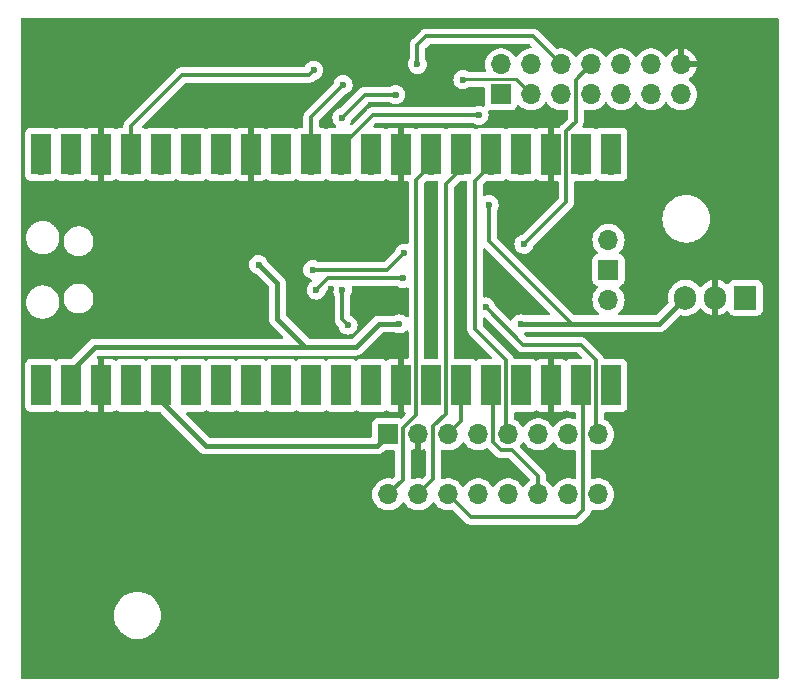
<source format=gbl>
G04 #@! TF.GenerationSoftware,KiCad,Pcbnew,7.0.9-7.0.9~ubuntu22.04.1*
G04 #@! TF.CreationDate,2023-11-26T22:36:36+01:00*
G04 #@! TF.ProjectId,MicroPicoDrive,4d696372-6f50-4696-936f-44726976652e,1.4.1*
G04 #@! TF.SameCoordinates,Original*
G04 #@! TF.FileFunction,Copper,L2,Bot*
G04 #@! TF.FilePolarity,Positive*
%FSLAX46Y46*%
G04 Gerber Fmt 4.6, Leading zero omitted, Abs format (unit mm)*
G04 Created by KiCad (PCBNEW 7.0.9-7.0.9~ubuntu22.04.1) date 2023-11-26 22:36:36*
%MOMM*%
%LPD*%
G01*
G04 APERTURE LIST*
G04 #@! TA.AperFunction,ComponentPad*
%ADD10R,1.700000X1.700000*%
G04 #@! TD*
G04 #@! TA.AperFunction,ComponentPad*
%ADD11O,1.700000X1.700000*%
G04 #@! TD*
G04 #@! TA.AperFunction,ComponentPad*
%ADD12R,1.905000X2.000000*%
G04 #@! TD*
G04 #@! TA.AperFunction,ComponentPad*
%ADD13O,1.905000X2.000000*%
G04 #@! TD*
G04 #@! TA.AperFunction,SMDPad,CuDef*
%ADD14R,1.700000X3.500000*%
G04 #@! TD*
G04 #@! TA.AperFunction,ViaPad*
%ADD15C,0.600000*%
G04 #@! TD*
G04 #@! TA.AperFunction,Conductor*
%ADD16C,0.400000*%
G04 #@! TD*
G04 #@! TA.AperFunction,Conductor*
%ADD17C,0.300000*%
G04 #@! TD*
G04 #@! TA.AperFunction,Conductor*
%ADD18C,0.250000*%
G04 #@! TD*
G04 APERTURE END LIST*
D10*
X156420000Y-81590000D03*
D11*
X156420000Y-79050000D03*
X158960000Y-81590000D03*
X158960000Y-79050000D03*
X161500000Y-81590000D03*
X161500000Y-79050000D03*
X164040000Y-81590000D03*
X164040000Y-79050000D03*
X166580000Y-81590000D03*
X166580000Y-79050000D03*
X169120000Y-81590000D03*
X169120000Y-79050000D03*
X171660000Y-81590000D03*
X171660000Y-79050000D03*
D12*
X177115000Y-98800000D03*
D13*
X174575000Y-98800000D03*
X172035000Y-98800000D03*
D10*
X146875000Y-110375000D03*
D11*
X146875000Y-115455000D03*
X149415000Y-110375000D03*
X149415000Y-115455000D03*
X151955000Y-110375000D03*
X151955000Y-115455000D03*
X154495000Y-110375000D03*
X154495000Y-115455000D03*
X157035000Y-110375000D03*
X157035000Y-115455000D03*
X159575000Y-110375000D03*
X159575000Y-115455000D03*
X162115000Y-110375000D03*
X162115000Y-115455000D03*
X164655000Y-110375000D03*
X164655000Y-115455000D03*
X117490000Y-87550000D03*
D14*
X117490000Y-86650000D03*
D11*
X120030000Y-87550000D03*
D14*
X120030000Y-86650000D03*
D10*
X122570000Y-87550000D03*
D14*
X122570000Y-86650000D03*
D11*
X125110000Y-87550000D03*
D14*
X125110000Y-86650000D03*
D11*
X127650000Y-87550000D03*
D14*
X127650000Y-86650000D03*
D11*
X130190000Y-87550000D03*
D14*
X130190000Y-86650000D03*
D11*
X132730000Y-87550000D03*
D14*
X132730000Y-86650000D03*
D10*
X135270000Y-87550000D03*
D14*
X135270000Y-86650000D03*
D11*
X137810000Y-87550000D03*
D14*
X137810000Y-86650000D03*
D11*
X140350000Y-87550000D03*
D14*
X140350000Y-86650000D03*
D11*
X142890000Y-87550000D03*
D14*
X142890000Y-86650000D03*
D11*
X145430000Y-87550000D03*
D14*
X145430000Y-86650000D03*
D10*
X147970000Y-87550000D03*
D14*
X147970000Y-86650000D03*
D11*
X150510000Y-87550000D03*
D14*
X150510000Y-86650000D03*
D11*
X153050000Y-87550000D03*
D14*
X153050000Y-86650000D03*
D11*
X155590000Y-87550000D03*
D14*
X155590000Y-86650000D03*
D11*
X158130000Y-87550000D03*
D14*
X158130000Y-86650000D03*
D10*
X160670000Y-87550000D03*
D14*
X160670000Y-86650000D03*
D11*
X163210000Y-87550000D03*
D14*
X163210000Y-86650000D03*
D11*
X165750000Y-87550000D03*
D14*
X165750000Y-86650000D03*
D11*
X165750000Y-105330000D03*
D14*
X165750000Y-106230000D03*
D11*
X163210000Y-105330000D03*
D14*
X163210000Y-106230000D03*
D10*
X160670000Y-105330000D03*
D14*
X160670000Y-106230000D03*
D11*
X158130000Y-105330000D03*
D14*
X158130000Y-106230000D03*
D11*
X155590000Y-105330000D03*
D14*
X155590000Y-106230000D03*
D11*
X153050000Y-105330000D03*
D14*
X153050000Y-106230000D03*
D11*
X150510000Y-105330000D03*
D14*
X150510000Y-106230000D03*
D10*
X147970000Y-105330000D03*
D14*
X147970000Y-106230000D03*
D11*
X145430000Y-105330000D03*
D14*
X145430000Y-106230000D03*
D11*
X142890000Y-105330000D03*
D14*
X142890000Y-106230000D03*
D11*
X140350000Y-105330000D03*
D14*
X140350000Y-106230000D03*
D11*
X137810000Y-105330000D03*
D14*
X137810000Y-106230000D03*
D10*
X135270000Y-105330000D03*
D14*
X135270000Y-106230000D03*
D11*
X132730000Y-105330000D03*
D14*
X132730000Y-106230000D03*
D11*
X130190000Y-105330000D03*
D14*
X130190000Y-106230000D03*
D11*
X127650000Y-105330000D03*
D14*
X127650000Y-106230000D03*
D11*
X125110000Y-105330000D03*
D14*
X125110000Y-106230000D03*
D10*
X122570000Y-105330000D03*
D14*
X122570000Y-106230000D03*
D11*
X120030000Y-105330000D03*
D14*
X120030000Y-106230000D03*
D11*
X117490000Y-105330000D03*
D14*
X117490000Y-106230000D03*
D11*
X165520000Y-93900000D03*
D10*
X165520000Y-96440000D03*
D11*
X165520000Y-98980000D03*
D15*
X135890000Y-95990000D03*
X158090000Y-101015000D03*
X155415000Y-90915000D03*
X147815000Y-101015000D03*
X158150000Y-108800000D03*
X162050000Y-112900000D03*
X162950000Y-94300000D03*
X142040000Y-98090000D03*
X141800000Y-109400000D03*
X138765000Y-97315000D03*
X160800000Y-109050000D03*
X142340000Y-90115000D03*
X157200000Y-113150000D03*
X134340000Y-92565000D03*
X153040000Y-102765000D03*
X147700000Y-91850000D03*
X153350000Y-112850000D03*
X150465000Y-91865000D03*
X165750000Y-112850000D03*
X157290000Y-98140000D03*
X136490000Y-89790000D03*
X136750000Y-82850000D03*
X154550000Y-83350000D03*
X148140000Y-97165000D03*
X158365000Y-94265000D03*
X140790000Y-98140000D03*
X142990000Y-98115000D03*
X143465000Y-101115000D03*
X148240000Y-95040000D03*
X140490000Y-96440000D03*
X149345000Y-79025000D03*
X153195000Y-80339579D03*
X140550000Y-79550000D03*
X143050000Y-80750000D03*
X142950000Y-83550000D03*
X147500000Y-81600000D03*
X155115000Y-99590000D03*
D16*
X135890000Y-95990000D02*
X137490000Y-97590000D01*
D17*
X162390000Y-100990000D02*
X155415000Y-94015000D01*
D16*
X137490000Y-97590000D02*
X137490000Y-100615000D01*
X146115000Y-101015000D02*
X144140000Y-102990000D01*
X162390000Y-100990000D02*
X158115000Y-100990000D01*
D17*
X155415000Y-94015000D02*
X155415000Y-90915000D01*
X139865000Y-102990000D02*
X139890000Y-102990000D01*
X158115000Y-100990000D02*
X158090000Y-101015000D01*
D16*
X144140000Y-102990000D02*
X122015000Y-102990000D01*
X122015000Y-102990000D02*
X120030000Y-104975000D01*
X172035000Y-98800000D02*
X169835000Y-101000000D01*
D17*
X162400000Y-101000000D02*
X162390000Y-100990000D01*
D16*
X120030000Y-104975000D02*
X120030000Y-105620000D01*
X137490000Y-100615000D02*
X139865000Y-102990000D01*
X169835000Y-101000000D02*
X162400000Y-101000000D01*
X147815000Y-101015000D02*
X146115000Y-101015000D01*
X146875000Y-110375000D02*
X145900000Y-111350000D01*
X131442000Y-111350000D02*
X127650000Y-107558000D01*
X145900000Y-111350000D02*
X131442000Y-111350000D01*
X127650000Y-107558000D02*
X127650000Y-105330000D01*
D17*
X145550000Y-83350000D02*
X142890000Y-86010000D01*
X154550000Y-83350000D02*
X145550000Y-83350000D01*
X142890000Y-86010000D02*
X142890000Y-87550000D01*
X162754000Y-83888000D02*
X162754000Y-80336000D01*
X148115000Y-97140000D02*
X148140000Y-97165000D01*
X141790000Y-97140000D02*
X147640000Y-97140000D01*
X161950000Y-84692000D02*
X162754000Y-83888000D01*
X161950000Y-90680000D02*
X161950000Y-84692000D01*
X147640000Y-97140000D02*
X148115000Y-97140000D01*
X158365000Y-94265000D02*
X161950000Y-90680000D01*
X140790000Y-98140000D02*
X141790000Y-97140000D01*
X162754000Y-80336000D02*
X164040000Y-79050000D01*
X142990000Y-100640000D02*
X142990000Y-98115000D01*
X143465000Y-101115000D02*
X142990000Y-100640000D01*
X148190000Y-95040000D02*
X148240000Y-95040000D01*
X146790000Y-96440000D02*
X148190000Y-95040000D01*
X140490000Y-96440000D02*
X146790000Y-96440000D01*
X157595000Y-76675000D02*
X150445000Y-76675000D01*
X161500000Y-79050000D02*
X159125000Y-76675000D01*
X150445000Y-76675000D02*
X150095000Y-76675000D01*
X159125000Y-76675000D02*
X157595000Y-76675000D01*
X149345000Y-77425000D02*
X149345000Y-79025000D01*
X150095000Y-76675000D02*
X149345000Y-77425000D01*
D18*
X153195000Y-80339579D02*
X153235235Y-80299344D01*
X153235235Y-80299344D02*
X157669344Y-80299344D01*
X157669344Y-80299344D02*
X158960000Y-81590000D01*
D17*
X140150000Y-79950000D02*
X129400000Y-79950000D01*
X129400000Y-79950000D02*
X125110000Y-84240000D01*
X140550000Y-79550000D02*
X140150000Y-79950000D01*
X125110000Y-84240000D02*
X125110000Y-87550000D01*
X143050000Y-80750000D02*
X143050000Y-80800000D01*
X140350000Y-83500000D02*
X140350000Y-87550000D01*
X143050000Y-80800000D02*
X140350000Y-83500000D01*
X144900000Y-81600000D02*
X147500000Y-81600000D01*
X142950000Y-83550000D02*
X144900000Y-81600000D01*
X148129000Y-109821000D02*
X149250000Y-108700000D01*
X149250000Y-108700000D02*
X149250000Y-88810000D01*
X149250000Y-88810000D02*
X150510000Y-87550000D01*
X148129000Y-114201000D02*
X148129000Y-109821000D01*
X146875000Y-115455000D02*
X148129000Y-114201000D01*
X150700000Y-114170000D02*
X150700000Y-109683424D01*
X150700000Y-109683424D02*
X151764000Y-108619424D01*
X151764000Y-89208500D02*
X153050000Y-87922500D01*
X153050000Y-87922500D02*
X153050000Y-87550000D01*
X149415000Y-115455000D02*
X150700000Y-114170000D01*
X151764000Y-108619424D02*
X151764000Y-89208500D01*
X153050000Y-105330000D02*
X153050000Y-109280000D01*
X153050000Y-109280000D02*
X151955000Y-110375000D01*
X151955000Y-115455000D02*
X153850000Y-117350000D01*
X153850000Y-117350000D02*
X162791000Y-117350000D01*
X163400000Y-116741000D02*
X163400000Y-105520000D01*
X163400000Y-105520000D02*
X163210000Y-105330000D01*
X162791000Y-117350000D02*
X163400000Y-116741000D01*
X154224000Y-101456000D02*
X154224000Y-88916000D01*
X156844000Y-104076000D02*
X154224000Y-101456000D01*
X154224000Y-88916000D02*
X155590000Y-87550000D01*
X157035000Y-110375000D02*
X156844000Y-110184000D01*
X156844000Y-110184000D02*
X156844000Y-104076000D01*
X155590000Y-105330000D02*
X155749000Y-105489000D01*
X157350000Y-111700000D02*
X159575000Y-113925000D01*
X156400000Y-111700000D02*
X157350000Y-111700000D01*
X155749000Y-111049000D02*
X156400000Y-111700000D01*
X159575000Y-113925000D02*
X159575000Y-115455000D01*
X155749000Y-105489000D02*
X155749000Y-111049000D01*
X164464000Y-110184000D02*
X164464000Y-104076000D01*
X155115000Y-99590000D02*
X158290000Y-102765000D01*
X158290000Y-102765000D02*
X162461342Y-102765000D01*
X164464000Y-104076000D02*
X163153000Y-102765000D01*
X163153000Y-102765000D02*
X162461342Y-102765000D01*
X164655000Y-110375000D02*
X164464000Y-110184000D01*
G04 #@! TA.AperFunction,Conductor*
G36*
X153306905Y-111048515D02*
G01*
X153328804Y-111073787D01*
X153419278Y-111212268D01*
X153419283Y-111212273D01*
X153419284Y-111212276D01*
X153571756Y-111377902D01*
X153571761Y-111377907D01*
X153630981Y-111424000D01*
X153749424Y-111516189D01*
X153749425Y-111516189D01*
X153749427Y-111516191D01*
X153820566Y-111554689D01*
X153947426Y-111623342D01*
X154160365Y-111696444D01*
X154382431Y-111733500D01*
X154607569Y-111733500D01*
X154829635Y-111696444D01*
X155042574Y-111623342D01*
X155188039Y-111544620D01*
X155256364Y-111530026D01*
X155321737Y-111554689D01*
X155334735Y-111565995D01*
X155873280Y-112104540D01*
X155883430Y-112117208D01*
X155883606Y-112117064D01*
X155888580Y-112123076D01*
X155941685Y-112172946D01*
X155963661Y-112194922D01*
X155969551Y-112199491D01*
X155973994Y-112203286D01*
X156009864Y-112236970D01*
X156009866Y-112236971D01*
X156009867Y-112236972D01*
X156028803Y-112247382D01*
X156045049Y-112258053D01*
X156062132Y-112271304D01*
X156062137Y-112271306D01*
X156107296Y-112290848D01*
X156112544Y-112293420D01*
X156144234Y-112310840D01*
X156155663Y-112317124D01*
X156171823Y-112321272D01*
X156176583Y-112322495D01*
X156194986Y-112328795D01*
X156214824Y-112337380D01*
X156251960Y-112343261D01*
X156263431Y-112345078D01*
X156269146Y-112346261D01*
X156316812Y-112358500D01*
X156338419Y-112358500D01*
X156357816Y-112360026D01*
X156379152Y-112363406D01*
X156428144Y-112358774D01*
X156433981Y-112358500D01*
X157025878Y-112358500D01*
X157092917Y-112378185D01*
X157113559Y-112394819D01*
X158844358Y-114125618D01*
X158877843Y-114186941D01*
X158872859Y-114256633D01*
X158832840Y-114311152D01*
X158651761Y-114452092D01*
X158651756Y-114452097D01*
X158499284Y-114617723D01*
X158499276Y-114617734D01*
X158408808Y-114756206D01*
X158355662Y-114801562D01*
X158286431Y-114810986D01*
X158223095Y-114781484D01*
X158201192Y-114756206D01*
X158110723Y-114617734D01*
X158110715Y-114617723D01*
X157958243Y-114452097D01*
X157958238Y-114452092D01*
X157839797Y-114359905D01*
X157780576Y-114313811D01*
X157780575Y-114313810D01*
X157780572Y-114313808D01*
X157582580Y-114206661D01*
X157582577Y-114206659D01*
X157582574Y-114206658D01*
X157582571Y-114206657D01*
X157582569Y-114206656D01*
X157369637Y-114133556D01*
X157147569Y-114096500D01*
X156922431Y-114096500D01*
X156700362Y-114133556D01*
X156487430Y-114206656D01*
X156487419Y-114206661D01*
X156289427Y-114313808D01*
X156289422Y-114313812D01*
X156111761Y-114452092D01*
X156111756Y-114452097D01*
X155959284Y-114617723D01*
X155959276Y-114617734D01*
X155868808Y-114756206D01*
X155815662Y-114801562D01*
X155746431Y-114810986D01*
X155683095Y-114781484D01*
X155661192Y-114756206D01*
X155570723Y-114617734D01*
X155570715Y-114617723D01*
X155418243Y-114452097D01*
X155418238Y-114452092D01*
X155299797Y-114359905D01*
X155240576Y-114313811D01*
X155240575Y-114313810D01*
X155240572Y-114313808D01*
X155042580Y-114206661D01*
X155042577Y-114206659D01*
X155042574Y-114206658D01*
X155042571Y-114206657D01*
X155042569Y-114206656D01*
X154829637Y-114133556D01*
X154607569Y-114096500D01*
X154382431Y-114096500D01*
X154160362Y-114133556D01*
X153947430Y-114206656D01*
X153947419Y-114206661D01*
X153749427Y-114313808D01*
X153749422Y-114313812D01*
X153571761Y-114452092D01*
X153571756Y-114452097D01*
X153419284Y-114617723D01*
X153419276Y-114617734D01*
X153328808Y-114756206D01*
X153275662Y-114801562D01*
X153206431Y-114810986D01*
X153143095Y-114781484D01*
X153121192Y-114756206D01*
X153030723Y-114617734D01*
X153030715Y-114617723D01*
X152878243Y-114452097D01*
X152878238Y-114452092D01*
X152759797Y-114359905D01*
X152700576Y-114313811D01*
X152700575Y-114313810D01*
X152700572Y-114313808D01*
X152502580Y-114206661D01*
X152502577Y-114206659D01*
X152502574Y-114206658D01*
X152502571Y-114206657D01*
X152502569Y-114206656D01*
X152289637Y-114133556D01*
X152067569Y-114096500D01*
X151842431Y-114096500D01*
X151620362Y-114133556D01*
X151522763Y-114167062D01*
X151452964Y-114170212D01*
X151392543Y-114135126D01*
X151360682Y-114072943D01*
X151358500Y-114049781D01*
X151358500Y-111780218D01*
X151378185Y-111713179D01*
X151430989Y-111667424D01*
X151500147Y-111657480D01*
X151522758Y-111662935D01*
X151570112Y-111679192D01*
X151620364Y-111696444D01*
X151842431Y-111733500D01*
X152067569Y-111733500D01*
X152289635Y-111696444D01*
X152502574Y-111623342D01*
X152700576Y-111516189D01*
X152878240Y-111377906D01*
X153030722Y-111212268D01*
X153121193Y-111073790D01*
X153174338Y-111028437D01*
X153243569Y-111019013D01*
X153306905Y-111048515D01*
G37*
G04 #@! TD.AperFunction*
G04 #@! TA.AperFunction,Conductor*
G36*
X160926905Y-111048515D02*
G01*
X160948804Y-111073787D01*
X161039278Y-111212268D01*
X161039283Y-111212273D01*
X161039284Y-111212276D01*
X161191756Y-111377902D01*
X161191761Y-111377907D01*
X161250981Y-111424000D01*
X161369424Y-111516189D01*
X161369425Y-111516189D01*
X161369427Y-111516191D01*
X161440566Y-111554689D01*
X161567426Y-111623342D01*
X161780365Y-111696444D01*
X162002431Y-111733500D01*
X162227569Y-111733500D01*
X162449635Y-111696444D01*
X162577237Y-111652637D01*
X162647035Y-111649488D01*
X162707457Y-111684574D01*
X162739317Y-111746756D01*
X162741500Y-111769919D01*
X162741500Y-114060080D01*
X162721815Y-114127119D01*
X162669011Y-114172874D01*
X162599853Y-114182818D01*
X162577237Y-114177361D01*
X162449637Y-114133556D01*
X162227569Y-114096500D01*
X162002431Y-114096500D01*
X161780362Y-114133556D01*
X161567430Y-114206656D01*
X161567419Y-114206661D01*
X161369427Y-114313808D01*
X161369422Y-114313812D01*
X161191761Y-114452092D01*
X161191756Y-114452097D01*
X161039284Y-114617723D01*
X161039276Y-114617734D01*
X160948808Y-114756206D01*
X160895662Y-114801562D01*
X160826431Y-114810986D01*
X160763095Y-114781484D01*
X160741192Y-114756206D01*
X160650723Y-114617734D01*
X160650715Y-114617723D01*
X160498243Y-114452097D01*
X160498238Y-114452092D01*
X160320579Y-114313813D01*
X160320574Y-114313810D01*
X160298479Y-114301852D01*
X160248890Y-114252631D01*
X160233500Y-114192799D01*
X160233500Y-114011387D01*
X160235282Y-113995249D01*
X160235054Y-113995228D01*
X160235788Y-113987465D01*
X160233500Y-113914657D01*
X160233500Y-113883574D01*
X160233500Y-113883568D01*
X160232566Y-113876175D01*
X160232107Y-113870347D01*
X160230562Y-113821169D01*
X160224536Y-113800428D01*
X160220590Y-113781377D01*
X160217882Y-113759936D01*
X160199763Y-113714172D01*
X160197876Y-113708665D01*
X160184145Y-113661400D01*
X160173148Y-113642807D01*
X160164591Y-113625340D01*
X160156635Y-113605244D01*
X160127705Y-113565425D01*
X160124495Y-113560539D01*
X160099453Y-113518195D01*
X160099452Y-113518193D01*
X160099450Y-113518191D01*
X160099447Y-113518187D01*
X160084178Y-113502918D01*
X160071541Y-113488122D01*
X160058843Y-113470644D01*
X160058840Y-113470641D01*
X160020914Y-113439267D01*
X160016592Y-113435333D01*
X158042813Y-111461553D01*
X158009328Y-111400230D01*
X158014312Y-111330538D01*
X158039266Y-111289888D01*
X158110715Y-111212276D01*
X158110715Y-111212275D01*
X158110722Y-111212268D01*
X158201193Y-111073790D01*
X158254338Y-111028437D01*
X158323569Y-111019013D01*
X158386905Y-111048515D01*
X158408804Y-111073787D01*
X158499278Y-111212268D01*
X158499283Y-111212273D01*
X158499284Y-111212276D01*
X158651756Y-111377902D01*
X158651761Y-111377907D01*
X158710981Y-111424000D01*
X158829424Y-111516189D01*
X158829425Y-111516189D01*
X158829427Y-111516191D01*
X158900566Y-111554689D01*
X159027426Y-111623342D01*
X159240365Y-111696444D01*
X159462431Y-111733500D01*
X159687569Y-111733500D01*
X159909635Y-111696444D01*
X160122574Y-111623342D01*
X160320576Y-111516189D01*
X160498240Y-111377906D01*
X160650722Y-111212268D01*
X160741193Y-111073790D01*
X160794338Y-111028437D01*
X160863569Y-111019013D01*
X160926905Y-111048515D01*
G37*
G04 #@! TD.AperFunction*
G04 #@! TA.AperFunction,Conductor*
G36*
X149665000Y-111705633D02*
G01*
X149883721Y-111647030D01*
X149884273Y-111649090D01*
X149944797Y-111645233D01*
X150005858Y-111679192D01*
X150038867Y-111740773D01*
X150041500Y-111766191D01*
X150041500Y-113845878D01*
X150021815Y-113912917D01*
X150005185Y-113933554D01*
X149888959Y-114049781D01*
X149842373Y-114096367D01*
X149781050Y-114129851D01*
X149734283Y-114130994D01*
X149527569Y-114096500D01*
X149302431Y-114096500D01*
X149080361Y-114133556D01*
X149080359Y-114133556D01*
X148951762Y-114177704D01*
X148881964Y-114180854D01*
X148821543Y-114145767D01*
X148789682Y-114083585D01*
X148787500Y-114060423D01*
X148787500Y-111765827D01*
X148807185Y-111698788D01*
X148859989Y-111653033D01*
X148929147Y-111643089D01*
X148946188Y-111647367D01*
X148946279Y-111647030D01*
X149165000Y-111705634D01*
X149165000Y-110810501D01*
X149272685Y-110859680D01*
X149379237Y-110875000D01*
X149450763Y-110875000D01*
X149557315Y-110859680D01*
X149665000Y-110810501D01*
X149665000Y-111705633D01*
G37*
G04 #@! TD.AperFunction*
G04 #@! TA.AperFunction,Conductor*
G36*
X148220000Y-108480000D02*
G01*
X148239378Y-108480000D01*
X148306417Y-108499685D01*
X148352172Y-108552489D01*
X148362116Y-108621647D01*
X148333091Y-108685203D01*
X148327078Y-108691661D01*
X148074405Y-108944334D01*
X148008197Y-109010542D01*
X147946874Y-109044026D01*
X147877182Y-109039042D01*
X147834201Y-109023010D01*
X147773654Y-109016500D01*
X147773638Y-109016500D01*
X145976362Y-109016500D01*
X145976345Y-109016500D01*
X145915797Y-109023011D01*
X145915795Y-109023011D01*
X145778795Y-109074111D01*
X145661739Y-109161739D01*
X145574111Y-109278795D01*
X145523011Y-109415795D01*
X145523011Y-109415797D01*
X145516500Y-109476345D01*
X145516500Y-110517500D01*
X145496815Y-110584539D01*
X145444011Y-110630294D01*
X145392500Y-110641500D01*
X131786832Y-110641500D01*
X131719793Y-110621815D01*
X131699151Y-110605181D01*
X129794151Y-108700181D01*
X129760666Y-108638858D01*
X129765650Y-108569166D01*
X129807522Y-108513233D01*
X129872986Y-108488816D01*
X129881832Y-108488500D01*
X131088638Y-108488500D01*
X131088654Y-108488499D01*
X131115692Y-108485591D01*
X131149201Y-108481989D01*
X131154537Y-108479999D01*
X131192897Y-108465691D01*
X131286204Y-108430889D01*
X131286204Y-108430888D01*
X131286206Y-108430888D01*
X131286207Y-108430887D01*
X131385689Y-108356415D01*
X131451153Y-108331997D01*
X131519426Y-108346848D01*
X131534311Y-108356415D01*
X131633792Y-108430887D01*
X131633793Y-108430888D01*
X131765464Y-108479999D01*
X131770799Y-108481989D01*
X131798050Y-108484918D01*
X131831345Y-108488499D01*
X131831362Y-108488500D01*
X133628638Y-108488500D01*
X133628654Y-108488499D01*
X133655692Y-108485591D01*
X133689201Y-108481989D01*
X133694537Y-108479999D01*
X133732897Y-108465691D01*
X133826204Y-108430889D01*
X133826204Y-108430888D01*
X133826206Y-108430888D01*
X133826207Y-108430887D01*
X133925689Y-108356415D01*
X133991153Y-108331997D01*
X134059426Y-108346848D01*
X134074311Y-108356415D01*
X134173792Y-108430887D01*
X134173793Y-108430888D01*
X134305464Y-108479999D01*
X134310799Y-108481989D01*
X134338050Y-108484918D01*
X134371345Y-108488499D01*
X134371362Y-108488500D01*
X136168638Y-108488500D01*
X136168654Y-108488499D01*
X136195692Y-108485591D01*
X136229201Y-108481989D01*
X136234537Y-108479999D01*
X136272897Y-108465691D01*
X136366204Y-108430889D01*
X136366204Y-108430888D01*
X136366206Y-108430888D01*
X136366207Y-108430887D01*
X136465689Y-108356415D01*
X136531153Y-108331997D01*
X136599426Y-108346848D01*
X136614311Y-108356415D01*
X136713792Y-108430887D01*
X136713793Y-108430888D01*
X136845464Y-108479999D01*
X136850799Y-108481989D01*
X136878050Y-108484918D01*
X136911345Y-108488499D01*
X136911362Y-108488500D01*
X138708638Y-108488500D01*
X138708654Y-108488499D01*
X138735692Y-108485591D01*
X138769201Y-108481989D01*
X138774537Y-108479999D01*
X138812897Y-108465691D01*
X138906204Y-108430889D01*
X138906204Y-108430888D01*
X138906206Y-108430888D01*
X138906207Y-108430887D01*
X139005689Y-108356415D01*
X139071153Y-108331997D01*
X139139426Y-108346848D01*
X139154311Y-108356415D01*
X139253792Y-108430887D01*
X139253793Y-108430888D01*
X139385464Y-108479999D01*
X139390799Y-108481989D01*
X139418050Y-108484918D01*
X139451345Y-108488499D01*
X139451362Y-108488500D01*
X141248638Y-108488500D01*
X141248654Y-108488499D01*
X141275692Y-108485591D01*
X141309201Y-108481989D01*
X141314537Y-108479999D01*
X141352897Y-108465691D01*
X141446204Y-108430889D01*
X141446204Y-108430888D01*
X141446206Y-108430888D01*
X141446207Y-108430887D01*
X141545689Y-108356415D01*
X141611153Y-108331997D01*
X141679426Y-108346848D01*
X141694311Y-108356415D01*
X141793792Y-108430887D01*
X141793793Y-108430888D01*
X141925464Y-108479999D01*
X141930799Y-108481989D01*
X141958050Y-108484918D01*
X141991345Y-108488499D01*
X141991362Y-108488500D01*
X143788638Y-108488500D01*
X143788654Y-108488499D01*
X143815692Y-108485591D01*
X143849201Y-108481989D01*
X143854537Y-108479999D01*
X143892897Y-108465691D01*
X143986204Y-108430889D01*
X143986204Y-108430888D01*
X143986206Y-108430888D01*
X143986207Y-108430887D01*
X144085689Y-108356415D01*
X144151153Y-108331997D01*
X144219426Y-108346848D01*
X144234311Y-108356415D01*
X144333792Y-108430887D01*
X144333793Y-108430888D01*
X144465464Y-108479999D01*
X144470799Y-108481989D01*
X144498050Y-108484918D01*
X144531345Y-108488499D01*
X144531362Y-108488500D01*
X146328638Y-108488500D01*
X146328654Y-108488499D01*
X146355692Y-108485591D01*
X146389201Y-108481989D01*
X146394537Y-108479999D01*
X146411703Y-108473596D01*
X146526204Y-108430889D01*
X146632782Y-108351105D01*
X146698244Y-108326689D01*
X146766517Y-108341540D01*
X146781402Y-108351106D01*
X146877911Y-108423353D01*
X146877913Y-108423354D01*
X147012620Y-108473596D01*
X147012627Y-108473598D01*
X147072155Y-108479999D01*
X147072172Y-108480000D01*
X147720000Y-108480000D01*
X147720000Y-105776494D01*
X147824839Y-105824373D01*
X147933527Y-105840000D01*
X148006473Y-105840000D01*
X148115161Y-105824373D01*
X148220000Y-105776494D01*
X148220000Y-108480000D01*
G37*
G04 #@! TD.AperFunction*
G04 #@! TA.AperFunction,Conductor*
G36*
X160920000Y-108480000D02*
G01*
X161567828Y-108480000D01*
X161567844Y-108479999D01*
X161627372Y-108473598D01*
X161627379Y-108473596D01*
X161762086Y-108423354D01*
X161762089Y-108423352D01*
X161858596Y-108351107D01*
X161924060Y-108326689D01*
X161992334Y-108341540D01*
X162007216Y-108351104D01*
X162113796Y-108430889D01*
X162228297Y-108473596D01*
X162245463Y-108479999D01*
X162250799Y-108481989D01*
X162278050Y-108484918D01*
X162311345Y-108488499D01*
X162311362Y-108488500D01*
X162617500Y-108488500D01*
X162684539Y-108508185D01*
X162730294Y-108560989D01*
X162741500Y-108612500D01*
X162741500Y-108980080D01*
X162721815Y-109047119D01*
X162669011Y-109092874D01*
X162599853Y-109102818D01*
X162577237Y-109097361D01*
X162449637Y-109053556D01*
X162227569Y-109016500D01*
X162002431Y-109016500D01*
X161780362Y-109053556D01*
X161567430Y-109126656D01*
X161567419Y-109126661D01*
X161369427Y-109233808D01*
X161369422Y-109233812D01*
X161191761Y-109372092D01*
X161191756Y-109372097D01*
X161039284Y-109537723D01*
X161039276Y-109537734D01*
X160948808Y-109676206D01*
X160895662Y-109721562D01*
X160826431Y-109730986D01*
X160763095Y-109701484D01*
X160741192Y-109676206D01*
X160650723Y-109537734D01*
X160650715Y-109537723D01*
X160498243Y-109372097D01*
X160498238Y-109372092D01*
X160360028Y-109264518D01*
X160320576Y-109233811D01*
X160320575Y-109233810D01*
X160320572Y-109233808D01*
X160122580Y-109126661D01*
X160122577Y-109126659D01*
X160122574Y-109126658D01*
X160122571Y-109126657D01*
X160122569Y-109126656D01*
X159909637Y-109053556D01*
X159687569Y-109016500D01*
X159462431Y-109016500D01*
X159240362Y-109053556D01*
X159027430Y-109126656D01*
X159027419Y-109126661D01*
X158829427Y-109233808D01*
X158829422Y-109233812D01*
X158651761Y-109372092D01*
X158651756Y-109372097D01*
X158499284Y-109537723D01*
X158499276Y-109537734D01*
X158408808Y-109676206D01*
X158355662Y-109721562D01*
X158286431Y-109730986D01*
X158223095Y-109701484D01*
X158201192Y-109676206D01*
X158110723Y-109537734D01*
X158110715Y-109537723D01*
X157958243Y-109372097D01*
X157958238Y-109372092D01*
X157820028Y-109264518D01*
X157780576Y-109233811D01*
X157780575Y-109233810D01*
X157780572Y-109233808D01*
X157582580Y-109126661D01*
X157582577Y-109126659D01*
X157582574Y-109126658D01*
X157582570Y-109126656D01*
X157577879Y-109124599D01*
X157578749Y-109122615D01*
X157529213Y-109087518D01*
X157503090Y-109022715D01*
X157502500Y-109010634D01*
X157502500Y-108612500D01*
X157522185Y-108545461D01*
X157574989Y-108499706D01*
X157626500Y-108488500D01*
X159028638Y-108488500D01*
X159028654Y-108488499D01*
X159055692Y-108485591D01*
X159089201Y-108481989D01*
X159094537Y-108479999D01*
X159111703Y-108473596D01*
X159226204Y-108430889D01*
X159332782Y-108351105D01*
X159398244Y-108326689D01*
X159466517Y-108341540D01*
X159481402Y-108351106D01*
X159577911Y-108423353D01*
X159577913Y-108423354D01*
X159712620Y-108473596D01*
X159712627Y-108473598D01*
X159772155Y-108479999D01*
X159772172Y-108480000D01*
X160420000Y-108480000D01*
X160420000Y-105776494D01*
X160524839Y-105824373D01*
X160633527Y-105840000D01*
X160706473Y-105840000D01*
X160815161Y-105824373D01*
X160920000Y-105776494D01*
X160920000Y-108480000D01*
G37*
G04 #@! TD.AperFunction*
G04 #@! TA.AperFunction,Conductor*
G36*
X148510834Y-101565072D02*
G01*
X148566767Y-101606944D01*
X148591184Y-101672408D01*
X148591500Y-101681254D01*
X148591500Y-103856000D01*
X148571815Y-103923039D01*
X148519011Y-103968794D01*
X148467500Y-103980000D01*
X148220000Y-103980000D01*
X148220000Y-104883505D01*
X148115161Y-104835627D01*
X148006473Y-104820000D01*
X147933527Y-104820000D01*
X147824839Y-104835627D01*
X147720000Y-104883505D01*
X147720000Y-103980000D01*
X147072155Y-103980000D01*
X147012627Y-103986401D01*
X147012620Y-103986403D01*
X146877913Y-104036645D01*
X146877910Y-104036647D01*
X146781402Y-104108893D01*
X146715937Y-104133310D01*
X146647664Y-104118458D01*
X146632780Y-104108893D01*
X146526204Y-104029111D01*
X146389203Y-103978011D01*
X146328654Y-103971500D01*
X146328638Y-103971500D01*
X144531362Y-103971500D01*
X144531345Y-103971500D01*
X144470797Y-103978011D01*
X144470795Y-103978011D01*
X144333795Y-104029111D01*
X144234311Y-104103585D01*
X144168846Y-104128002D01*
X144100573Y-104113150D01*
X144085689Y-104103585D01*
X143986204Y-104029111D01*
X143849203Y-103978011D01*
X143788654Y-103971500D01*
X143788638Y-103971500D01*
X141991362Y-103971500D01*
X141991345Y-103971500D01*
X141930797Y-103978011D01*
X141930795Y-103978011D01*
X141793795Y-104029111D01*
X141694311Y-104103585D01*
X141628846Y-104128002D01*
X141560573Y-104113150D01*
X141545689Y-104103585D01*
X141446204Y-104029111D01*
X141309203Y-103978011D01*
X141248654Y-103971500D01*
X141248638Y-103971500D01*
X139451362Y-103971500D01*
X139451345Y-103971500D01*
X139390797Y-103978011D01*
X139390795Y-103978011D01*
X139253795Y-104029111D01*
X139154311Y-104103585D01*
X139088846Y-104128002D01*
X139020573Y-104113150D01*
X139005689Y-104103585D01*
X138906204Y-104029111D01*
X138769203Y-103978011D01*
X138708654Y-103971500D01*
X138708638Y-103971500D01*
X136911362Y-103971500D01*
X136911345Y-103971500D01*
X136850797Y-103978011D01*
X136850795Y-103978011D01*
X136713795Y-104029111D01*
X136614311Y-104103585D01*
X136548846Y-104128002D01*
X136480573Y-104113150D01*
X136465689Y-104103585D01*
X136366204Y-104029111D01*
X136229203Y-103978011D01*
X136168654Y-103971500D01*
X136168638Y-103971500D01*
X134371362Y-103971500D01*
X134371345Y-103971500D01*
X134310797Y-103978011D01*
X134310795Y-103978011D01*
X134173795Y-104029111D01*
X134074311Y-104103585D01*
X134008846Y-104128002D01*
X133940573Y-104113150D01*
X133925689Y-104103585D01*
X133826204Y-104029111D01*
X133689203Y-103978011D01*
X133628654Y-103971500D01*
X133628638Y-103971500D01*
X131831362Y-103971500D01*
X131831345Y-103971500D01*
X131770797Y-103978011D01*
X131770795Y-103978011D01*
X131633795Y-104029111D01*
X131534311Y-104103585D01*
X131468846Y-104128002D01*
X131400573Y-104113150D01*
X131385689Y-104103585D01*
X131286204Y-104029111D01*
X131149203Y-103978011D01*
X131088654Y-103971500D01*
X131088638Y-103971500D01*
X129291362Y-103971500D01*
X129291345Y-103971500D01*
X129230797Y-103978011D01*
X129230795Y-103978011D01*
X129093795Y-104029111D01*
X128994311Y-104103585D01*
X128928846Y-104128002D01*
X128860573Y-104113150D01*
X128845689Y-104103585D01*
X128746204Y-104029111D01*
X128609203Y-103978011D01*
X128548654Y-103971500D01*
X128548638Y-103971500D01*
X126751362Y-103971500D01*
X126751345Y-103971500D01*
X126690797Y-103978011D01*
X126690795Y-103978011D01*
X126553795Y-104029111D01*
X126454311Y-104103585D01*
X126388846Y-104128002D01*
X126320573Y-104113150D01*
X126305689Y-104103585D01*
X126206204Y-104029111D01*
X126069203Y-103978011D01*
X126008654Y-103971500D01*
X126008638Y-103971500D01*
X124211362Y-103971500D01*
X124211345Y-103971500D01*
X124150797Y-103978011D01*
X124150795Y-103978011D01*
X124013793Y-104029111D01*
X124013793Y-104029112D01*
X123907218Y-104108893D01*
X123841754Y-104133310D01*
X123773481Y-104118458D01*
X123758597Y-104108893D01*
X123662088Y-104036646D01*
X123662086Y-104036645D01*
X123527379Y-103986403D01*
X123527372Y-103986401D01*
X123467844Y-103980000D01*
X122820000Y-103980000D01*
X122820000Y-104883505D01*
X122715161Y-104835627D01*
X122606473Y-104820000D01*
X122533527Y-104820000D01*
X122424839Y-104835627D01*
X122320000Y-104883505D01*
X122320000Y-103980000D01*
X122317367Y-103977367D01*
X122259293Y-103960315D01*
X122213538Y-103907511D01*
X122203594Y-103838353D01*
X122232619Y-103774797D01*
X122238651Y-103768319D01*
X122272151Y-103734819D01*
X122333474Y-103701334D01*
X122359832Y-103698500D01*
X139789351Y-103698500D01*
X139811701Y-103700531D01*
X139815219Y-103701175D01*
X139821907Y-103702401D01*
X139876322Y-103699109D01*
X139884535Y-103698613D01*
X139888279Y-103698500D01*
X144116710Y-103698500D01*
X144120455Y-103698613D01*
X144124612Y-103698864D01*
X144183093Y-103702402D01*
X144244818Y-103691090D01*
X144248514Y-103690527D01*
X144310801Y-103682965D01*
X144320499Y-103679286D01*
X144342116Y-103673260D01*
X144352329Y-103671389D01*
X144409577Y-103645622D01*
X144412978Y-103644213D01*
X144471675Y-103621954D01*
X144480213Y-103616060D01*
X144499764Y-103605033D01*
X144509226Y-103600775D01*
X144558640Y-103562060D01*
X144561615Y-103559870D01*
X144613273Y-103524215D01*
X144654916Y-103477208D01*
X144657435Y-103474533D01*
X146372151Y-101759819D01*
X146433474Y-101726334D01*
X146459832Y-101723500D01*
X147387201Y-101723500D01*
X147453174Y-101742506D01*
X147461985Y-101748043D01*
X147633953Y-101808217D01*
X147633958Y-101808218D01*
X147814996Y-101828616D01*
X147815000Y-101828616D01*
X147815004Y-101828616D01*
X147996041Y-101808218D01*
X147996044Y-101808217D01*
X147996047Y-101808217D01*
X148168015Y-101748043D01*
X148322281Y-101651111D01*
X148379819Y-101593573D01*
X148441142Y-101560088D01*
X148510834Y-101565072D01*
G37*
G04 #@! TD.AperFunction*
G04 #@! TA.AperFunction,Conductor*
G36*
X155087703Y-100494409D02*
G01*
X155094181Y-100500441D01*
X157763280Y-103169540D01*
X157773430Y-103182208D01*
X157773606Y-103182064D01*
X157778580Y-103188076D01*
X157831685Y-103237946D01*
X157853661Y-103259922D01*
X157859551Y-103264491D01*
X157863994Y-103268286D01*
X157899864Y-103301970D01*
X157899866Y-103301971D01*
X157899867Y-103301972D01*
X157918803Y-103312382D01*
X157935049Y-103323053D01*
X157952132Y-103336304D01*
X157952137Y-103336306D01*
X157997296Y-103355848D01*
X158002544Y-103358420D01*
X158034234Y-103375840D01*
X158045663Y-103382124D01*
X158061823Y-103386272D01*
X158066583Y-103387495D01*
X158084986Y-103393795D01*
X158104824Y-103402380D01*
X158141960Y-103408261D01*
X158153431Y-103410078D01*
X158159146Y-103411261D01*
X158206812Y-103423500D01*
X158228419Y-103423500D01*
X158247816Y-103425026D01*
X158269152Y-103428406D01*
X158318144Y-103423774D01*
X158323981Y-103423500D01*
X162378154Y-103423500D01*
X162828878Y-103423500D01*
X162895917Y-103443185D01*
X162916559Y-103459819D01*
X163216559Y-103759819D01*
X163250044Y-103821142D01*
X163245060Y-103890834D01*
X163203188Y-103946767D01*
X163137724Y-103971184D01*
X163128878Y-103971500D01*
X162311345Y-103971500D01*
X162250797Y-103978011D01*
X162250795Y-103978011D01*
X162113793Y-104029111D01*
X162113793Y-104029112D01*
X162007218Y-104108893D01*
X161941754Y-104133310D01*
X161873481Y-104118458D01*
X161858597Y-104108893D01*
X161762088Y-104036646D01*
X161762086Y-104036645D01*
X161627379Y-103986403D01*
X161627372Y-103986401D01*
X161567844Y-103980000D01*
X160920000Y-103980000D01*
X160920000Y-104883505D01*
X160815161Y-104835627D01*
X160706473Y-104820000D01*
X160633527Y-104820000D01*
X160524839Y-104835627D01*
X160420000Y-104883505D01*
X160420000Y-103980000D01*
X159772155Y-103980000D01*
X159712627Y-103986401D01*
X159712620Y-103986403D01*
X159577913Y-104036645D01*
X159577910Y-104036647D01*
X159481402Y-104108893D01*
X159415937Y-104133310D01*
X159347664Y-104118458D01*
X159332780Y-104108893D01*
X159226204Y-104029111D01*
X159089203Y-103978011D01*
X159028654Y-103971500D01*
X159028638Y-103971500D01*
X157595131Y-103971500D01*
X157528092Y-103951815D01*
X157482337Y-103899011D01*
X157479840Y-103893151D01*
X157478923Y-103890834D01*
X157468761Y-103865168D01*
X157466876Y-103859661D01*
X157453145Y-103812400D01*
X157442149Y-103793808D01*
X157433589Y-103776335D01*
X157432980Y-103774797D01*
X157425635Y-103756244D01*
X157425631Y-103756238D01*
X157396711Y-103716434D01*
X157393502Y-103711549D01*
X157381203Y-103690753D01*
X157368453Y-103669193D01*
X157368449Y-103669189D01*
X157368446Y-103669185D01*
X157353175Y-103653914D01*
X157340537Y-103639118D01*
X157327839Y-103621640D01*
X157289921Y-103590272D01*
X157285598Y-103586338D01*
X154918819Y-101219559D01*
X154885334Y-101158236D01*
X154882500Y-101131878D01*
X154882500Y-100588122D01*
X154902185Y-100521083D01*
X154954989Y-100475328D01*
X155024147Y-100465384D01*
X155087703Y-100494409D01*
G37*
G04 #@! TD.AperFunction*
G04 #@! TA.AperFunction,Conductor*
G36*
X153508539Y-88928185D02*
G01*
X153554294Y-88980989D01*
X153565500Y-89032500D01*
X153565500Y-101369609D01*
X153563718Y-101385746D01*
X153563946Y-101385768D01*
X153563211Y-101393534D01*
X153565500Y-101466342D01*
X153565500Y-101497434D01*
X153566433Y-101504829D01*
X153566891Y-101510647D01*
X153568437Y-101559829D01*
X153568438Y-101559832D01*
X153574464Y-101580577D01*
X153578407Y-101599618D01*
X153581116Y-101621053D01*
X153581117Y-101621057D01*
X153581118Y-101621064D01*
X153593014Y-101651110D01*
X153599234Y-101666822D01*
X153601125Y-101672348D01*
X153614854Y-101719598D01*
X153614855Y-101719600D01*
X153618837Y-101726334D01*
X153625850Y-101738191D01*
X153634410Y-101755665D01*
X153642363Y-101775754D01*
X153657659Y-101796806D01*
X153665950Y-101808218D01*
X153671289Y-101815565D01*
X153674490Y-101820437D01*
X153699547Y-101862807D01*
X153699551Y-101862811D01*
X153714821Y-101878081D01*
X153727458Y-101892876D01*
X153740159Y-101910357D01*
X153778072Y-101941721D01*
X153782383Y-101945643D01*
X155006280Y-103169540D01*
X155596559Y-103759819D01*
X155630044Y-103821142D01*
X155625060Y-103890834D01*
X155583188Y-103946767D01*
X155517724Y-103971184D01*
X155508878Y-103971500D01*
X154691345Y-103971500D01*
X154630797Y-103978011D01*
X154630795Y-103978011D01*
X154493795Y-104029111D01*
X154394311Y-104103585D01*
X154328846Y-104128002D01*
X154260573Y-104113150D01*
X154245689Y-104103585D01*
X154146204Y-104029111D01*
X154009203Y-103978011D01*
X153948654Y-103971500D01*
X153948638Y-103971500D01*
X152546500Y-103971500D01*
X152479461Y-103951815D01*
X152433706Y-103899011D01*
X152422500Y-103847500D01*
X152422500Y-89532622D01*
X152442185Y-89465583D01*
X152458819Y-89444941D01*
X152958941Y-88944819D01*
X153020264Y-88911334D01*
X153046622Y-88908500D01*
X153162569Y-88908500D01*
X153441500Y-88908500D01*
X153508539Y-88928185D01*
G37*
G04 #@! TD.AperFunction*
G04 #@! TA.AperFunction,Conductor*
G36*
X151066660Y-88928185D02*
G01*
X151112415Y-88980989D01*
X151122359Y-89050147D01*
X151122095Y-89051896D01*
X151118923Y-89071920D01*
X151117738Y-89077643D01*
X151105500Y-89125309D01*
X151105500Y-89146913D01*
X151103974Y-89166308D01*
X151100594Y-89187651D01*
X151105225Y-89236643D01*
X151105500Y-89242481D01*
X151105500Y-103847500D01*
X151085815Y-103914539D01*
X151033011Y-103960294D01*
X150981500Y-103971500D01*
X150032500Y-103971500D01*
X149965461Y-103951815D01*
X149919706Y-103899011D01*
X149908500Y-103847500D01*
X149908500Y-89134122D01*
X149928185Y-89067083D01*
X149944819Y-89046441D01*
X150046441Y-88944819D01*
X150107764Y-88911334D01*
X150134122Y-88908500D01*
X150397431Y-88908500D01*
X150622569Y-88908500D01*
X150999621Y-88908500D01*
X151066660Y-88928185D01*
G37*
G04 #@! TD.AperFunction*
G04 #@! TA.AperFunction,Conductor*
G36*
X155087703Y-94619409D02*
G01*
X155094181Y-94625441D01*
X160538559Y-100069819D01*
X160572044Y-100131142D01*
X160567060Y-100200834D01*
X160525188Y-100256767D01*
X160459724Y-100281184D01*
X160450878Y-100281500D01*
X158462778Y-100281500D01*
X158421823Y-100274541D01*
X158271054Y-100221784D01*
X158271041Y-100221781D01*
X158090004Y-100201384D01*
X158089996Y-100201384D01*
X157908958Y-100221781D01*
X157908953Y-100221782D01*
X157736982Y-100281958D01*
X157582718Y-100378889D01*
X157453889Y-100507718D01*
X157356953Y-100661990D01*
X157355190Y-100665652D01*
X157353422Y-100667609D01*
X157353252Y-100667881D01*
X157353204Y-100667851D01*
X157308367Y-100717511D01*
X157240940Y-100735823D01*
X157174316Y-100714774D01*
X157155790Y-100699530D01*
X155944358Y-99488098D01*
X155910873Y-99426775D01*
X155908818Y-99414290D01*
X155908217Y-99408955D01*
X155908216Y-99408951D01*
X155904255Y-99397629D01*
X155848043Y-99236985D01*
X155838013Y-99221023D01*
X155765114Y-99105005D01*
X155751111Y-99082719D01*
X155622281Y-98953889D01*
X155533312Y-98897986D01*
X155468017Y-98856958D01*
X155468016Y-98856957D01*
X155468015Y-98856957D01*
X155402902Y-98834173D01*
X155296046Y-98796782D01*
X155296041Y-98796781D01*
X155115004Y-98776384D01*
X155114996Y-98776384D01*
X155020383Y-98787044D01*
X154951561Y-98774989D01*
X154900182Y-98727640D01*
X154882500Y-98663824D01*
X154882500Y-94713122D01*
X154902185Y-94646083D01*
X154954989Y-94600328D01*
X155024147Y-94590384D01*
X155087703Y-94619409D01*
G37*
G04 #@! TD.AperFunction*
G04 #@! TA.AperFunction,Conductor*
G36*
X160311905Y-82263515D02*
G01*
X160333804Y-82288787D01*
X160424278Y-82427268D01*
X160424283Y-82427273D01*
X160424284Y-82427276D01*
X160545673Y-82559137D01*
X160576760Y-82592906D01*
X160754424Y-82731189D01*
X160754425Y-82731189D01*
X160754427Y-82731191D01*
X160823119Y-82768365D01*
X160952426Y-82838342D01*
X161165365Y-82911444D01*
X161387431Y-82948500D01*
X161612569Y-82948500D01*
X161834635Y-82911444D01*
X161894513Y-82890888D01*
X161931237Y-82878281D01*
X162001036Y-82875131D01*
X162061457Y-82910217D01*
X162093318Y-82972400D01*
X162095500Y-82995562D01*
X162095500Y-83563877D01*
X162075815Y-83630916D01*
X162059181Y-83651558D01*
X161545453Y-84165285D01*
X161532785Y-84175435D01*
X161532931Y-84175611D01*
X161526920Y-84180583D01*
X161477053Y-84233686D01*
X161455072Y-84255667D01*
X161450492Y-84261569D01*
X161446708Y-84265998D01*
X161413029Y-84301865D01*
X161413024Y-84301872D01*
X161402618Y-84320800D01*
X161391942Y-84337054D01*
X161380353Y-84351996D01*
X161323712Y-84392905D01*
X161282370Y-84400000D01*
X160920000Y-84400000D01*
X160920000Y-87103505D01*
X160815161Y-87055627D01*
X160706473Y-87040000D01*
X160633527Y-87040000D01*
X160524839Y-87055627D01*
X160420000Y-87103505D01*
X160420000Y-84400000D01*
X159772155Y-84400000D01*
X159712627Y-84406401D01*
X159712620Y-84406403D01*
X159577913Y-84456645D01*
X159577910Y-84456647D01*
X159481402Y-84528893D01*
X159415937Y-84553310D01*
X159347664Y-84538458D01*
X159332780Y-84528893D01*
X159226204Y-84449111D01*
X159089203Y-84398011D01*
X159028654Y-84391500D01*
X159028638Y-84391500D01*
X157231362Y-84391500D01*
X157231345Y-84391500D01*
X157170797Y-84398011D01*
X157170795Y-84398011D01*
X157033795Y-84449111D01*
X156934311Y-84523585D01*
X156868846Y-84548002D01*
X156800573Y-84533150D01*
X156785689Y-84523585D01*
X156724844Y-84478037D01*
X156686204Y-84449111D01*
X156682322Y-84447663D01*
X156549203Y-84398011D01*
X156488654Y-84391500D01*
X156488638Y-84391500D01*
X154735502Y-84391500D01*
X154668463Y-84371815D01*
X154665162Y-84368006D01*
X154626476Y-84399512D01*
X154621770Y-84401377D01*
X154493795Y-84449111D01*
X154394311Y-84523585D01*
X154328846Y-84548002D01*
X154260573Y-84533150D01*
X154245689Y-84523585D01*
X154184844Y-84478037D01*
X154146204Y-84449111D01*
X154142322Y-84447663D01*
X154009203Y-84398011D01*
X153948654Y-84391500D01*
X153948638Y-84391500D01*
X152151362Y-84391500D01*
X152151345Y-84391500D01*
X152090797Y-84398011D01*
X152090795Y-84398011D01*
X151953795Y-84449111D01*
X151854311Y-84523585D01*
X151788846Y-84548002D01*
X151720573Y-84533150D01*
X151705689Y-84523585D01*
X151644844Y-84478037D01*
X151606204Y-84449111D01*
X151602322Y-84447663D01*
X151469203Y-84398011D01*
X151408654Y-84391500D01*
X151408638Y-84391500D01*
X149611362Y-84391500D01*
X149611345Y-84391500D01*
X149550797Y-84398011D01*
X149550795Y-84398011D01*
X149413793Y-84449111D01*
X149413793Y-84449112D01*
X149307218Y-84528893D01*
X149241754Y-84553310D01*
X149173481Y-84538458D01*
X149158597Y-84528893D01*
X149062088Y-84456646D01*
X149062086Y-84456645D01*
X148927379Y-84406403D01*
X148927372Y-84406401D01*
X148867844Y-84400000D01*
X148220000Y-84400000D01*
X148220000Y-87103505D01*
X148115161Y-87055627D01*
X148006473Y-87040000D01*
X147933527Y-87040000D01*
X147824839Y-87055627D01*
X147720000Y-87103505D01*
X147720000Y-84400000D01*
X147072155Y-84400000D01*
X147012627Y-84406401D01*
X147012620Y-84406403D01*
X146877913Y-84456645D01*
X146877910Y-84456647D01*
X146781402Y-84528893D01*
X146715937Y-84553310D01*
X146647664Y-84538458D01*
X146632780Y-84528893D01*
X146526204Y-84449111D01*
X146389203Y-84398011D01*
X146328654Y-84391500D01*
X146328638Y-84391500D01*
X145739122Y-84391500D01*
X145672083Y-84371815D01*
X145626328Y-84319011D01*
X145616384Y-84249853D01*
X145645409Y-84186297D01*
X145651441Y-84179819D01*
X145786441Y-84044819D01*
X145847764Y-84011334D01*
X145874122Y-84008500D01*
X154042627Y-84008500D01*
X154108600Y-84027507D01*
X154196982Y-84083041D01*
X154196980Y-84083041D01*
X154196984Y-84083042D01*
X154196985Y-84083043D01*
X154271575Y-84109143D01*
X154368953Y-84143217D01*
X154368958Y-84143218D01*
X154549996Y-84163616D01*
X154549997Y-84163615D01*
X154550000Y-84163616D01*
X154564550Y-84161976D01*
X154633369Y-84174028D01*
X154644672Y-84184444D01*
X154700567Y-84148523D01*
X154721618Y-84144280D01*
X154731042Y-84143218D01*
X154731045Y-84143217D01*
X154731047Y-84143217D01*
X154903015Y-84083043D01*
X155057281Y-83986111D01*
X155186111Y-83857281D01*
X155283043Y-83703015D01*
X155343217Y-83531047D01*
X155343218Y-83531041D01*
X155363616Y-83350003D01*
X155363616Y-83349996D01*
X155343218Y-83168958D01*
X155343216Y-83168950D01*
X155320817Y-83104936D01*
X155317256Y-83035158D01*
X155351985Y-82974530D01*
X155413978Y-82942303D01*
X155452884Y-82943054D01*
X155453088Y-82941160D01*
X155521345Y-82948499D01*
X155521362Y-82948500D01*
X157318638Y-82948500D01*
X157318654Y-82948499D01*
X157345692Y-82945591D01*
X157379201Y-82941989D01*
X157516204Y-82890889D01*
X157633261Y-82803261D01*
X157720889Y-82686204D01*
X157766138Y-82564887D01*
X157808009Y-82508956D01*
X157873474Y-82484539D01*
X157941746Y-82499391D01*
X157973545Y-82524236D01*
X158036760Y-82592906D01*
X158214424Y-82731189D01*
X158214425Y-82731189D01*
X158214427Y-82731191D01*
X158283119Y-82768365D01*
X158412426Y-82838342D01*
X158625365Y-82911444D01*
X158847431Y-82948500D01*
X159072569Y-82948500D01*
X159294635Y-82911444D01*
X159507574Y-82838342D01*
X159705576Y-82731189D01*
X159883240Y-82592906D01*
X160035722Y-82427268D01*
X160126193Y-82288790D01*
X160179338Y-82243437D01*
X160248569Y-82234013D01*
X160311905Y-82263515D01*
G37*
G04 #@! TD.AperFunction*
G04 #@! TA.AperFunction,Conductor*
G36*
X179879748Y-75120185D02*
G01*
X179925503Y-75172989D01*
X179936708Y-75224028D01*
X179964500Y-82520942D01*
X179964500Y-130925500D01*
X179944815Y-130992539D01*
X179892011Y-131038294D01*
X179840500Y-131049500D01*
X115889500Y-131049500D01*
X115822461Y-131029815D01*
X115776706Y-130977011D01*
X115765500Y-130925500D01*
X115765500Y-125700001D01*
X123635380Y-125700001D01*
X123655835Y-125986004D01*
X123716782Y-126266168D01*
X123716784Y-126266175D01*
X123778997Y-126432975D01*
X123816985Y-126534827D01*
X123816987Y-126534831D01*
X123954396Y-126786477D01*
X123954397Y-126786478D01*
X123954400Y-126786483D01*
X124126231Y-127016021D01*
X124126235Y-127016025D01*
X124126240Y-127016031D01*
X124328968Y-127218759D01*
X124328974Y-127218764D01*
X124328979Y-127218769D01*
X124558517Y-127390600D01*
X124558521Y-127390602D01*
X124558522Y-127390603D01*
X124810168Y-127528012D01*
X124810172Y-127528014D01*
X124810174Y-127528015D01*
X125078825Y-127628216D01*
X125218913Y-127658690D01*
X125358995Y-127689164D01*
X125358997Y-127689164D01*
X125359001Y-127689165D01*
X125573413Y-127704500D01*
X125716587Y-127704500D01*
X125930999Y-127689165D01*
X126211175Y-127628216D01*
X126479826Y-127528015D01*
X126731483Y-127390600D01*
X126961021Y-127218769D01*
X127163769Y-127016021D01*
X127335600Y-126786483D01*
X127473015Y-126534826D01*
X127573216Y-126266175D01*
X127634165Y-125985999D01*
X127654620Y-125700000D01*
X127634165Y-125414001D01*
X127573216Y-125133825D01*
X127473015Y-124865174D01*
X127335600Y-124613517D01*
X127163769Y-124383979D01*
X127163764Y-124383974D01*
X127163759Y-124383968D01*
X126961031Y-124181240D01*
X126961025Y-124181235D01*
X126961021Y-124181231D01*
X126731483Y-124009400D01*
X126731478Y-124009397D01*
X126731477Y-124009396D01*
X126479831Y-123871987D01*
X126479827Y-123871985D01*
X126377975Y-123833997D01*
X126211175Y-123771784D01*
X126211171Y-123771783D01*
X126211168Y-123771782D01*
X125931004Y-123710835D01*
X125716587Y-123695500D01*
X125573413Y-123695500D01*
X125358995Y-123710835D01*
X125078831Y-123771782D01*
X125078826Y-123771783D01*
X125078825Y-123771784D01*
X125013874Y-123796009D01*
X124810172Y-123871985D01*
X124810168Y-123871987D01*
X124558522Y-124009396D01*
X124558521Y-124009397D01*
X124328980Y-124181230D01*
X124328968Y-124181240D01*
X124126240Y-124383968D01*
X124126230Y-124383980D01*
X123954397Y-124613521D01*
X123954396Y-124613522D01*
X123816987Y-124865168D01*
X123816985Y-124865172D01*
X123716782Y-125133831D01*
X123655835Y-125413995D01*
X123635380Y-125699998D01*
X123635380Y-125700001D01*
X115765500Y-125700001D01*
X115765500Y-105330003D01*
X116126844Y-105330003D01*
X116131288Y-105383625D01*
X116131500Y-105388747D01*
X116131500Y-108028654D01*
X116138011Y-108089202D01*
X116138011Y-108089204D01*
X116189111Y-108226204D01*
X116276739Y-108343261D01*
X116393796Y-108430889D01*
X116508297Y-108473596D01*
X116525463Y-108479999D01*
X116530799Y-108481989D01*
X116558050Y-108484918D01*
X116591345Y-108488499D01*
X116591362Y-108488500D01*
X118388638Y-108488500D01*
X118388654Y-108488499D01*
X118415692Y-108485591D01*
X118449201Y-108481989D01*
X118454537Y-108479999D01*
X118492897Y-108465691D01*
X118586204Y-108430889D01*
X118586204Y-108430888D01*
X118586206Y-108430888D01*
X118586207Y-108430887D01*
X118685689Y-108356415D01*
X118751153Y-108331997D01*
X118819426Y-108346848D01*
X118834311Y-108356415D01*
X118933792Y-108430887D01*
X118933793Y-108430888D01*
X119065464Y-108479999D01*
X119070799Y-108481989D01*
X119098050Y-108484918D01*
X119131345Y-108488499D01*
X119131362Y-108488500D01*
X120928638Y-108488500D01*
X120928654Y-108488499D01*
X120955692Y-108485591D01*
X120989201Y-108481989D01*
X120994537Y-108479999D01*
X121011703Y-108473596D01*
X121126204Y-108430889D01*
X121232782Y-108351105D01*
X121298244Y-108326689D01*
X121366517Y-108341540D01*
X121381402Y-108351106D01*
X121477911Y-108423353D01*
X121477913Y-108423354D01*
X121612620Y-108473596D01*
X121612627Y-108473598D01*
X121672155Y-108479999D01*
X121672172Y-108480000D01*
X122320000Y-108480000D01*
X122320000Y-105776494D01*
X122424839Y-105824373D01*
X122533527Y-105840000D01*
X122606473Y-105840000D01*
X122715161Y-105824373D01*
X122820000Y-105776494D01*
X122820000Y-108480000D01*
X123467828Y-108480000D01*
X123467844Y-108479999D01*
X123527372Y-108473598D01*
X123527379Y-108473596D01*
X123662086Y-108423354D01*
X123662089Y-108423352D01*
X123758596Y-108351107D01*
X123824060Y-108326689D01*
X123892334Y-108341540D01*
X123907216Y-108351104D01*
X124013796Y-108430889D01*
X124128297Y-108473596D01*
X124145463Y-108479999D01*
X124150799Y-108481989D01*
X124178050Y-108484918D01*
X124211345Y-108488499D01*
X124211362Y-108488500D01*
X126008638Y-108488500D01*
X126008654Y-108488499D01*
X126035692Y-108485591D01*
X126069201Y-108481989D01*
X126074537Y-108479999D01*
X126112897Y-108465691D01*
X126206204Y-108430889D01*
X126206204Y-108430888D01*
X126206206Y-108430888D01*
X126206207Y-108430887D01*
X126305689Y-108356415D01*
X126371153Y-108331997D01*
X126439426Y-108346848D01*
X126454311Y-108356415D01*
X126553792Y-108430887D01*
X126553793Y-108430888D01*
X126685464Y-108479999D01*
X126690799Y-108481989D01*
X126718050Y-108484918D01*
X126751345Y-108488499D01*
X126751362Y-108488500D01*
X127527168Y-108488500D01*
X127594207Y-108508185D01*
X127614849Y-108524819D01*
X130924563Y-111834533D01*
X130927115Y-111837245D01*
X130968722Y-111884210D01*
X130968724Y-111884212D01*
X130968727Y-111884215D01*
X131020377Y-111919867D01*
X131023368Y-111922067D01*
X131072774Y-111960775D01*
X131082239Y-111965035D01*
X131101783Y-111976058D01*
X131110325Y-111981954D01*
X131168984Y-112004200D01*
X131172439Y-112005630D01*
X131172460Y-112005640D01*
X131229667Y-112031387D01*
X131229671Y-112031389D01*
X131239881Y-112033260D01*
X131261500Y-112039286D01*
X131271199Y-112042965D01*
X131333480Y-112050527D01*
X131337184Y-112051091D01*
X131352096Y-112053823D01*
X131398908Y-112062402D01*
X131398909Y-112062401D01*
X131398910Y-112062402D01*
X131461552Y-112058613D01*
X131465296Y-112058500D01*
X145876710Y-112058500D01*
X145880455Y-112058613D01*
X145884612Y-112058864D01*
X145943093Y-112062402D01*
X146004818Y-112051090D01*
X146008514Y-112050527D01*
X146070801Y-112042965D01*
X146080499Y-112039286D01*
X146102116Y-112033260D01*
X146112329Y-112031389D01*
X146169577Y-112005622D01*
X146172978Y-112004213D01*
X146231675Y-111981954D01*
X146240213Y-111976060D01*
X146259764Y-111965033D01*
X146269226Y-111960775D01*
X146318640Y-111922060D01*
X146321615Y-111919870D01*
X146373273Y-111884215D01*
X146414892Y-111837235D01*
X146417445Y-111834524D01*
X146482153Y-111769817D01*
X146543477Y-111736333D01*
X146569833Y-111733500D01*
X147346500Y-111733500D01*
X147413539Y-111753185D01*
X147459294Y-111805989D01*
X147470500Y-111857500D01*
X147470500Y-113876877D01*
X147450815Y-113943916D01*
X147434181Y-113964558D01*
X147302373Y-114096366D01*
X147241050Y-114129851D01*
X147194283Y-114130994D01*
X146987569Y-114096500D01*
X146762431Y-114096500D01*
X146540362Y-114133556D01*
X146327430Y-114206656D01*
X146327419Y-114206661D01*
X146129427Y-114313808D01*
X146129422Y-114313812D01*
X145951761Y-114452092D01*
X145951756Y-114452097D01*
X145799284Y-114617723D01*
X145799276Y-114617734D01*
X145676140Y-114806207D01*
X145585703Y-115012385D01*
X145530436Y-115230628D01*
X145530434Y-115230640D01*
X145511844Y-115454994D01*
X145511844Y-115455005D01*
X145530434Y-115679359D01*
X145530436Y-115679371D01*
X145585703Y-115897614D01*
X145676140Y-116103792D01*
X145799276Y-116292265D01*
X145799284Y-116292276D01*
X145951756Y-116457902D01*
X145951760Y-116457906D01*
X146129424Y-116596189D01*
X146129425Y-116596189D01*
X146129427Y-116596191D01*
X146171595Y-116619011D01*
X146327426Y-116703342D01*
X146540365Y-116776444D01*
X146762431Y-116813500D01*
X146987569Y-116813500D01*
X147209635Y-116776444D01*
X147422574Y-116703342D01*
X147620576Y-116596189D01*
X147798240Y-116457906D01*
X147950722Y-116292268D01*
X148041193Y-116153790D01*
X148094338Y-116108437D01*
X148163569Y-116099013D01*
X148226905Y-116128515D01*
X148248804Y-116153787D01*
X148339278Y-116292268D01*
X148339283Y-116292273D01*
X148339284Y-116292276D01*
X148491756Y-116457902D01*
X148491760Y-116457906D01*
X148669424Y-116596189D01*
X148669425Y-116596189D01*
X148669427Y-116596191D01*
X148711595Y-116619011D01*
X148867426Y-116703342D01*
X149080365Y-116776444D01*
X149302431Y-116813500D01*
X149527569Y-116813500D01*
X149749635Y-116776444D01*
X149962574Y-116703342D01*
X150160576Y-116596189D01*
X150338240Y-116457906D01*
X150490722Y-116292268D01*
X150581193Y-116153790D01*
X150634338Y-116108437D01*
X150703569Y-116099013D01*
X150766905Y-116128515D01*
X150788804Y-116153787D01*
X150879278Y-116292268D01*
X150879283Y-116292273D01*
X150879284Y-116292276D01*
X151031756Y-116457902D01*
X151031760Y-116457906D01*
X151209424Y-116596189D01*
X151209425Y-116596189D01*
X151209427Y-116596191D01*
X151251595Y-116619011D01*
X151407426Y-116703342D01*
X151620365Y-116776444D01*
X151842431Y-116813500D01*
X152067568Y-116813500D01*
X152067569Y-116813500D01*
X152274285Y-116779005D01*
X152343647Y-116787387D01*
X152382373Y-116813633D01*
X153323280Y-117754540D01*
X153333430Y-117767208D01*
X153333606Y-117767064D01*
X153338580Y-117773076D01*
X153391685Y-117822946D01*
X153413661Y-117844922D01*
X153419551Y-117849491D01*
X153423994Y-117853286D01*
X153459864Y-117886970D01*
X153459866Y-117886971D01*
X153459867Y-117886972D01*
X153478803Y-117897382D01*
X153495049Y-117908053D01*
X153512132Y-117921304D01*
X153512137Y-117921306D01*
X153557296Y-117940848D01*
X153562544Y-117943420D01*
X153591149Y-117959145D01*
X153605663Y-117967124D01*
X153621823Y-117971272D01*
X153626583Y-117972495D01*
X153644986Y-117978795D01*
X153664824Y-117987380D01*
X153699567Y-117992882D01*
X153713431Y-117995078D01*
X153719146Y-117996261D01*
X153766812Y-118008500D01*
X153788419Y-118008500D01*
X153807816Y-118010026D01*
X153829152Y-118013406D01*
X153878144Y-118008774D01*
X153883981Y-118008500D01*
X162704609Y-118008500D01*
X162720746Y-118010281D01*
X162720768Y-118010054D01*
X162728534Y-118010788D01*
X162728536Y-118010787D01*
X162728537Y-118010788D01*
X162801342Y-118008500D01*
X162832432Y-118008500D01*
X162839823Y-118007566D01*
X162845651Y-118007107D01*
X162894831Y-118005562D01*
X162915583Y-117999532D01*
X162934621Y-117995590D01*
X162956064Y-117992882D01*
X163001834Y-117974760D01*
X163007348Y-117972873D01*
X163033875Y-117965165D01*
X163054600Y-117959145D01*
X163073196Y-117948146D01*
X163090664Y-117939589D01*
X163110756Y-117931635D01*
X163150582Y-117902698D01*
X163155441Y-117899506D01*
X163197807Y-117874453D01*
X163213090Y-117859168D01*
X163227873Y-117846542D01*
X163245357Y-117833841D01*
X163276731Y-117795914D01*
X163280645Y-117791613D01*
X163804543Y-117267715D01*
X163817214Y-117257566D01*
X163817068Y-117257389D01*
X163823074Y-117252419D01*
X163823080Y-117252416D01*
X163872945Y-117199314D01*
X163894927Y-117177333D01*
X163899495Y-117171442D01*
X163903282Y-117167008D01*
X163936972Y-117131133D01*
X163947380Y-117112200D01*
X163958059Y-117095942D01*
X163971304Y-117078868D01*
X163990852Y-117033691D01*
X163993409Y-117028472D01*
X164017124Y-116985337D01*
X164022495Y-116964413D01*
X164028796Y-116946009D01*
X164037380Y-116926176D01*
X164042733Y-116892372D01*
X164045078Y-116877569D01*
X164046263Y-116871845D01*
X164047231Y-116868074D01*
X164057590Y-116827728D01*
X164093328Y-116767692D01*
X164155852Y-116736507D01*
X164217955Y-116741286D01*
X164277848Y-116761848D01*
X164320364Y-116776444D01*
X164542431Y-116813500D01*
X164767569Y-116813500D01*
X164989635Y-116776444D01*
X165202574Y-116703342D01*
X165400576Y-116596189D01*
X165578240Y-116457906D01*
X165730722Y-116292268D01*
X165853860Y-116103791D01*
X165944296Y-115897616D01*
X165999564Y-115679368D01*
X166018156Y-115455000D01*
X165999564Y-115230632D01*
X165944296Y-115012384D01*
X165853860Y-114806209D01*
X165837706Y-114781484D01*
X165730723Y-114617734D01*
X165730715Y-114617723D01*
X165578243Y-114452097D01*
X165578238Y-114452092D01*
X165459797Y-114359905D01*
X165400576Y-114313811D01*
X165400575Y-114313810D01*
X165400572Y-114313808D01*
X165202580Y-114206661D01*
X165202577Y-114206659D01*
X165202574Y-114206658D01*
X165202571Y-114206657D01*
X165202569Y-114206656D01*
X164989637Y-114133556D01*
X164767569Y-114096500D01*
X164542431Y-114096500D01*
X164320362Y-114133556D01*
X164222763Y-114167062D01*
X164152964Y-114170212D01*
X164092543Y-114135126D01*
X164060682Y-114072943D01*
X164058500Y-114049781D01*
X164058500Y-111780218D01*
X164078185Y-111713179D01*
X164130989Y-111667424D01*
X164200147Y-111657480D01*
X164222758Y-111662935D01*
X164270112Y-111679192D01*
X164320364Y-111696444D01*
X164542431Y-111733500D01*
X164767569Y-111733500D01*
X164989635Y-111696444D01*
X165202574Y-111623342D01*
X165400576Y-111516189D01*
X165578240Y-111377906D01*
X165730722Y-111212268D01*
X165853860Y-111023791D01*
X165944296Y-110817616D01*
X165999564Y-110599368D01*
X166018156Y-110375000D01*
X166007715Y-110249000D01*
X165999565Y-110150640D01*
X165999563Y-110150628D01*
X165944296Y-109932385D01*
X165853859Y-109726207D01*
X165730723Y-109537734D01*
X165730715Y-109537723D01*
X165578243Y-109372097D01*
X165578238Y-109372092D01*
X165440028Y-109264518D01*
X165400576Y-109233811D01*
X165400575Y-109233810D01*
X165400572Y-109233808D01*
X165202580Y-109126661D01*
X165202577Y-109126659D01*
X165202574Y-109126658D01*
X165202570Y-109126656D01*
X165197879Y-109124599D01*
X165198749Y-109122615D01*
X165149213Y-109087518D01*
X165123090Y-109022715D01*
X165122500Y-109010634D01*
X165122500Y-108612500D01*
X165142185Y-108545461D01*
X165194989Y-108499706D01*
X165246500Y-108488500D01*
X166648638Y-108488500D01*
X166648654Y-108488499D01*
X166675692Y-108485591D01*
X166709201Y-108481989D01*
X166714537Y-108479999D01*
X166731703Y-108473596D01*
X166846204Y-108430889D01*
X166963261Y-108343261D01*
X167050889Y-108226204D01*
X167101989Y-108089201D01*
X167105591Y-108055692D01*
X167108499Y-108028654D01*
X167108500Y-108028637D01*
X167108500Y-105388747D01*
X167108712Y-105383625D01*
X167113156Y-105330003D01*
X167113156Y-105329995D01*
X167108712Y-105276373D01*
X167108500Y-105271250D01*
X167108500Y-104431362D01*
X167108499Y-104431345D01*
X167105157Y-104400270D01*
X167101989Y-104370799D01*
X167050889Y-104233796D01*
X166963261Y-104116739D01*
X166846204Y-104029111D01*
X166709203Y-103978011D01*
X166648654Y-103971500D01*
X166648638Y-103971500D01*
X165215131Y-103971500D01*
X165148092Y-103951815D01*
X165102337Y-103899011D01*
X165099839Y-103893148D01*
X165088765Y-103865178D01*
X165086872Y-103859648D01*
X165085244Y-103854048D01*
X165073145Y-103812400D01*
X165062149Y-103793808D01*
X165053589Y-103776335D01*
X165052980Y-103774797D01*
X165045635Y-103756244D01*
X165045631Y-103756238D01*
X165016711Y-103716434D01*
X165013502Y-103711549D01*
X165001203Y-103690753D01*
X164988453Y-103669193D01*
X164988449Y-103669189D01*
X164988446Y-103669185D01*
X164973175Y-103653914D01*
X164960537Y-103639118D01*
X164947839Y-103621640D01*
X164909921Y-103590272D01*
X164905598Y-103586338D01*
X163679717Y-102360457D01*
X163669564Y-102347785D01*
X163669388Y-102347931D01*
X163664419Y-102341926D01*
X163664416Y-102341920D01*
X163638754Y-102317822D01*
X163611315Y-102292054D01*
X163589333Y-102270072D01*
X163583439Y-102265501D01*
X163579002Y-102261711D01*
X163543133Y-102228028D01*
X163543131Y-102228026D01*
X163524200Y-102217619D01*
X163507948Y-102206944D01*
X163490868Y-102193696D01*
X163490864Y-102193694D01*
X163445702Y-102174150D01*
X163440455Y-102171580D01*
X163397337Y-102147875D01*
X163397338Y-102147875D01*
X163376411Y-102142502D01*
X163358006Y-102136201D01*
X163338174Y-102127619D01*
X163289569Y-102119921D01*
X163283847Y-102118736D01*
X163250188Y-102110094D01*
X163236188Y-102106500D01*
X163236187Y-102106500D01*
X163214581Y-102106500D01*
X163195183Y-102104973D01*
X163186603Y-102103614D01*
X163173849Y-102101594D01*
X163173848Y-102101594D01*
X163124855Y-102106225D01*
X163119019Y-102106500D01*
X158614122Y-102106500D01*
X158547083Y-102086815D01*
X158526441Y-102070181D01*
X158405469Y-101949209D01*
X158371984Y-101887886D01*
X158376968Y-101818194D01*
X158418840Y-101762261D01*
X158439361Y-101749802D01*
X158443010Y-101748044D01*
X158443015Y-101748043D01*
X158445324Y-101746592D01*
X158491613Y-101717507D01*
X158557586Y-101698500D01*
X162271029Y-101698500D01*
X162278504Y-101698951D01*
X162321907Y-101704221D01*
X162357139Y-101708500D01*
X162357141Y-101708500D01*
X169811710Y-101708500D01*
X169815455Y-101708613D01*
X169819612Y-101708864D01*
X169878093Y-101712402D01*
X169939818Y-101701090D01*
X169943514Y-101700527D01*
X170005801Y-101692965D01*
X170015499Y-101689286D01*
X170037116Y-101683260D01*
X170047329Y-101681389D01*
X170104577Y-101655622D01*
X170107978Y-101654213D01*
X170166675Y-101631954D01*
X170175213Y-101626060D01*
X170194764Y-101615033D01*
X170204226Y-101610775D01*
X170253640Y-101572060D01*
X170256615Y-101569870D01*
X170308273Y-101534215D01*
X170349916Y-101487208D01*
X170352435Y-101484533D01*
X171540883Y-100296085D01*
X171602204Y-100262602D01*
X171668830Y-100266489D01*
X171675117Y-100268648D01*
X171675119Y-100268648D01*
X171675121Y-100268649D01*
X171913938Y-100308500D01*
X172156061Y-100308500D01*
X172156062Y-100308500D01*
X172394883Y-100268648D01*
X172623888Y-100190030D01*
X172836830Y-100074792D01*
X173027900Y-99926076D01*
X173191886Y-99747940D01*
X173206266Y-99725928D01*
X173259410Y-99680571D01*
X173328641Y-99671146D01*
X173391978Y-99700645D01*
X173413883Y-99725923D01*
X173424848Y-99742706D01*
X173424851Y-99742710D01*
X173587873Y-99919797D01*
X173587883Y-99919806D01*
X173777831Y-100067649D01*
X173777840Y-100067655D01*
X173989531Y-100182215D01*
X173989545Y-100182221D01*
X174217207Y-100260379D01*
X174325000Y-100278366D01*
X174325000Y-99291683D01*
X174353819Y-99309209D01*
X174499404Y-99350000D01*
X174612622Y-99350000D01*
X174724783Y-99334584D01*
X174825000Y-99291053D01*
X174825000Y-100278365D01*
X174932792Y-100260379D01*
X175160454Y-100182221D01*
X175160468Y-100182215D01*
X175372159Y-100067655D01*
X175372162Y-100067653D01*
X175508129Y-99961825D01*
X175573123Y-99936182D01*
X175641663Y-99949748D01*
X175691988Y-99998216D01*
X175700473Y-100016343D01*
X175711611Y-100046204D01*
X175799239Y-100163261D01*
X175916296Y-100250889D01*
X176053299Y-100301989D01*
X176080550Y-100304918D01*
X176113845Y-100308499D01*
X176113862Y-100308500D01*
X178116138Y-100308500D01*
X178116154Y-100308499D01*
X178143959Y-100305509D01*
X178176701Y-100301989D01*
X178313704Y-100250889D01*
X178430761Y-100163261D01*
X178518389Y-100046204D01*
X178565139Y-99920864D01*
X178569488Y-99909204D01*
X178569488Y-99909203D01*
X178569489Y-99909201D01*
X178574848Y-99859358D01*
X178575999Y-99848654D01*
X178576000Y-99848637D01*
X178576000Y-97751362D01*
X178575999Y-97751345D01*
X178572657Y-97720270D01*
X178569489Y-97690799D01*
X178566201Y-97681984D01*
X178540581Y-97613295D01*
X178518389Y-97553796D01*
X178430761Y-97436739D01*
X178313704Y-97349111D01*
X178176703Y-97298011D01*
X178116154Y-97291500D01*
X178116138Y-97291500D01*
X176113862Y-97291500D01*
X176113845Y-97291500D01*
X176053297Y-97298011D01*
X176053295Y-97298011D01*
X175916295Y-97349111D01*
X175799239Y-97436739D01*
X175711611Y-97553795D01*
X175700473Y-97583657D01*
X175658600Y-97639590D01*
X175593135Y-97664005D01*
X175524862Y-97649152D01*
X175508129Y-97638174D01*
X175372162Y-97532346D01*
X175372159Y-97532344D01*
X175160468Y-97417784D01*
X175160454Y-97417778D01*
X174932791Y-97339619D01*
X174825000Y-97321633D01*
X174825000Y-98308316D01*
X174796181Y-98290791D01*
X174650596Y-98250000D01*
X174537378Y-98250000D01*
X174425217Y-98265416D01*
X174325000Y-98308946D01*
X174325000Y-97321633D01*
X174324999Y-97321633D01*
X174217208Y-97339619D01*
X173989545Y-97417778D01*
X173989531Y-97417784D01*
X173777840Y-97532344D01*
X173777831Y-97532350D01*
X173587883Y-97680193D01*
X173587873Y-97680202D01*
X173424851Y-97857289D01*
X173424843Y-97857300D01*
X173413881Y-97874078D01*
X173360732Y-97919432D01*
X173291501Y-97928852D01*
X173228166Y-97899347D01*
X173206266Y-97874071D01*
X173206043Y-97873729D01*
X173191886Y-97852060D01*
X173027900Y-97673924D01*
X172873559Y-97553795D01*
X172836832Y-97525209D01*
X172836827Y-97525206D01*
X172623894Y-97409973D01*
X172623891Y-97409972D01*
X172623888Y-97409970D01*
X172623882Y-97409968D01*
X172623880Y-97409967D01*
X172394886Y-97331352D01*
X172195080Y-97298011D01*
X172156062Y-97291500D01*
X171913938Y-97291500D01*
X171874920Y-97298011D01*
X171675113Y-97331352D01*
X171446119Y-97409967D01*
X171446105Y-97409973D01*
X171233172Y-97525206D01*
X171233167Y-97525209D01*
X171042102Y-97673922D01*
X170878111Y-97852062D01*
X170745684Y-98054758D01*
X170648425Y-98276487D01*
X170588987Y-98511201D01*
X170582970Y-98583822D01*
X170574000Y-98692073D01*
X170574000Y-98907927D01*
X170578116Y-98957601D01*
X170588987Y-99088800D01*
X170603060Y-99144373D01*
X170600434Y-99214193D01*
X170570535Y-99262493D01*
X169577849Y-100255181D01*
X169516526Y-100288666D01*
X169490168Y-100291500D01*
X166407959Y-100291500D01*
X166340920Y-100271815D01*
X166295165Y-100219011D01*
X166285221Y-100149853D01*
X166314246Y-100086297D01*
X166331796Y-100069647D01*
X166443240Y-99982906D01*
X166558993Y-99857166D01*
X166595715Y-99817276D01*
X166595716Y-99817274D01*
X166595722Y-99817268D01*
X166718860Y-99628791D01*
X166809296Y-99422616D01*
X166864564Y-99204368D01*
X166864565Y-99204359D01*
X166883156Y-98980005D01*
X166883156Y-98979994D01*
X166864565Y-98755640D01*
X166864563Y-98755628D01*
X166856435Y-98723530D01*
X166809296Y-98537384D01*
X166718860Y-98331209D01*
X166712221Y-98321048D01*
X166633414Y-98200424D01*
X166595722Y-98142732D01*
X166595719Y-98142729D01*
X166595715Y-98142723D01*
X166450510Y-97984991D01*
X166419587Y-97922337D01*
X166427447Y-97852911D01*
X166471594Y-97798755D01*
X166498405Y-97784827D01*
X166588125Y-97751362D01*
X166616204Y-97740889D01*
X166733261Y-97653261D01*
X166820889Y-97536204D01*
X166871989Y-97399201D01*
X166875591Y-97365692D01*
X166878499Y-97338654D01*
X166878500Y-97338637D01*
X166878500Y-95541362D01*
X166878499Y-95541345D01*
X166872195Y-95482718D01*
X166871989Y-95480799D01*
X166820889Y-95343796D01*
X166733261Y-95226739D01*
X166616204Y-95139111D01*
X166498404Y-95095172D01*
X166442471Y-95053300D01*
X166418055Y-94987835D01*
X166432908Y-94919562D01*
X166450504Y-94895014D01*
X166595722Y-94737268D01*
X166718860Y-94548791D01*
X166809296Y-94342616D01*
X166864564Y-94124368D01*
X166864565Y-94124359D01*
X166883156Y-93900005D01*
X166883156Y-93899994D01*
X166864565Y-93675640D01*
X166864563Y-93675628D01*
X166833484Y-93552899D01*
X166809296Y-93457384D01*
X166718860Y-93251209D01*
X166703394Y-93227537D01*
X166606086Y-93078596D01*
X166595722Y-93062732D01*
X166595719Y-93062729D01*
X166595715Y-93062723D01*
X166443243Y-92897097D01*
X166443238Y-92897092D01*
X166282157Y-92771717D01*
X166265576Y-92758811D01*
X166265575Y-92758810D01*
X166265572Y-92758808D01*
X166067580Y-92651661D01*
X166067577Y-92651659D01*
X166067574Y-92651658D01*
X166067571Y-92651657D01*
X166067569Y-92651656D01*
X165854637Y-92578556D01*
X165632569Y-92541500D01*
X165407431Y-92541500D01*
X165185362Y-92578556D01*
X164972430Y-92651656D01*
X164972419Y-92651661D01*
X164774427Y-92758808D01*
X164774422Y-92758812D01*
X164596761Y-92897092D01*
X164596756Y-92897097D01*
X164444284Y-93062723D01*
X164444276Y-93062734D01*
X164321140Y-93251207D01*
X164230703Y-93457385D01*
X164175436Y-93675628D01*
X164175434Y-93675640D01*
X164156844Y-93899994D01*
X164156844Y-93900005D01*
X164175434Y-94124359D01*
X164175436Y-94124371D01*
X164230703Y-94342614D01*
X164321140Y-94548792D01*
X164444276Y-94737265D01*
X164444284Y-94737276D01*
X164589489Y-94895008D01*
X164620412Y-94957662D01*
X164612552Y-95027088D01*
X164568405Y-95081244D01*
X164541596Y-95095172D01*
X164423794Y-95139111D01*
X164306739Y-95226739D01*
X164219111Y-95343795D01*
X164168011Y-95480795D01*
X164168011Y-95480797D01*
X164161500Y-95541345D01*
X164161500Y-97338654D01*
X164168011Y-97399202D01*
X164168011Y-97399204D01*
X164219111Y-97536204D01*
X164306739Y-97653261D01*
X164423796Y-97740889D01*
X164475737Y-97760262D01*
X164541595Y-97784827D01*
X164597528Y-97826699D01*
X164621944Y-97892163D01*
X164607092Y-97960436D01*
X164589490Y-97984991D01*
X164444279Y-98142730D01*
X164444276Y-98142734D01*
X164321140Y-98331207D01*
X164230703Y-98537385D01*
X164175436Y-98755628D01*
X164175434Y-98755640D01*
X164156844Y-98979994D01*
X164156844Y-98980005D01*
X164175434Y-99204359D01*
X164175436Y-99204371D01*
X164230703Y-99422614D01*
X164321140Y-99628792D01*
X164444276Y-99817265D01*
X164444284Y-99817276D01*
X164594089Y-99980005D01*
X164596760Y-99982906D01*
X164708204Y-100069647D01*
X164749017Y-100126357D01*
X164752690Y-100196130D01*
X164718059Y-100256813D01*
X164656117Y-100289140D01*
X164632041Y-100291500D01*
X162674122Y-100291500D01*
X162607083Y-100271815D01*
X162586441Y-100255181D01*
X156109819Y-93778559D01*
X156076334Y-93717236D01*
X156073500Y-93690878D01*
X156073500Y-91422373D01*
X156092507Y-91356400D01*
X156128554Y-91299030D01*
X156148043Y-91268015D01*
X156208217Y-91096047D01*
X156211137Y-91070131D01*
X156228616Y-90915003D01*
X156228616Y-90914996D01*
X156208218Y-90733958D01*
X156208217Y-90733953D01*
X156179489Y-90651854D01*
X156148043Y-90561985D01*
X156051111Y-90407719D01*
X155922281Y-90278889D01*
X155787371Y-90194119D01*
X155768017Y-90181958D01*
X155768016Y-90181957D01*
X155768015Y-90181957D01*
X155713693Y-90162949D01*
X155596046Y-90121782D01*
X155596041Y-90121781D01*
X155415004Y-90101384D01*
X155414996Y-90101384D01*
X155233958Y-90121781D01*
X155233953Y-90121782D01*
X155061976Y-90181960D01*
X155060297Y-90182769D01*
X155059104Y-90182965D01*
X155055413Y-90184257D01*
X155055186Y-90183610D01*
X154991356Y-90194119D01*
X154927222Y-90166394D01*
X154888259Y-90108397D01*
X154882500Y-90071047D01*
X154882500Y-89240122D01*
X154902185Y-89173083D01*
X154918819Y-89152441D01*
X155126441Y-88944819D01*
X155187764Y-88911334D01*
X155214122Y-88908500D01*
X156488638Y-88908500D01*
X156488654Y-88908499D01*
X156515692Y-88905591D01*
X156549201Y-88901989D01*
X156554537Y-88899999D01*
X156592897Y-88885691D01*
X156686204Y-88850889D01*
X156686204Y-88850888D01*
X156686206Y-88850888D01*
X156686207Y-88850887D01*
X156785689Y-88776415D01*
X156851153Y-88751997D01*
X156919426Y-88766848D01*
X156934311Y-88776415D01*
X157033792Y-88850887D01*
X157033793Y-88850888D01*
X157165464Y-88899999D01*
X157170799Y-88901989D01*
X157198050Y-88904918D01*
X157231345Y-88908499D01*
X157231362Y-88908500D01*
X159028638Y-88908500D01*
X159028654Y-88908499D01*
X159055692Y-88905591D01*
X159089201Y-88901989D01*
X159094537Y-88899999D01*
X159111703Y-88893596D01*
X159226204Y-88850889D01*
X159332782Y-88771105D01*
X159398244Y-88746689D01*
X159466517Y-88761540D01*
X159481402Y-88771106D01*
X159577911Y-88843353D01*
X159577913Y-88843354D01*
X159712620Y-88893596D01*
X159712627Y-88893598D01*
X159772155Y-88899999D01*
X159772172Y-88900000D01*
X160420000Y-88900000D01*
X160420000Y-87996494D01*
X160524839Y-88044373D01*
X160633527Y-88060000D01*
X160706473Y-88060000D01*
X160815161Y-88044373D01*
X160920000Y-87996494D01*
X160920000Y-88900000D01*
X161167500Y-88900000D01*
X161234539Y-88919685D01*
X161280294Y-88972489D01*
X161291500Y-89024000D01*
X161291500Y-90355877D01*
X161271815Y-90422916D01*
X161255181Y-90443558D01*
X158263097Y-93435641D01*
X158201774Y-93469126D01*
X158189308Y-93471179D01*
X158183957Y-93471782D01*
X158183955Y-93471782D01*
X158011983Y-93531957D01*
X157857718Y-93628889D01*
X157728889Y-93757718D01*
X157631958Y-93911982D01*
X157571782Y-94083953D01*
X157571781Y-94083958D01*
X157551384Y-94264996D01*
X157551384Y-94265003D01*
X157571781Y-94446041D01*
X157571782Y-94446046D01*
X157607735Y-94548792D01*
X157631254Y-94616007D01*
X157631958Y-94618017D01*
X157675294Y-94686985D01*
X157728889Y-94772281D01*
X157857719Y-94901111D01*
X158011985Y-94998043D01*
X158169901Y-95053300D01*
X158183953Y-95058217D01*
X158183958Y-95058218D01*
X158364996Y-95078616D01*
X158365000Y-95078616D01*
X158365004Y-95078616D01*
X158546041Y-95058218D01*
X158546044Y-95058217D01*
X158546047Y-95058217D01*
X158718015Y-94998043D01*
X158872281Y-94901111D01*
X159001111Y-94772281D01*
X159098043Y-94618015D01*
X159158217Y-94446047D01*
X159158819Y-94440698D01*
X159185884Y-94376285D01*
X159194349Y-94366909D01*
X161436257Y-92125001D01*
X170090380Y-92125001D01*
X170110835Y-92411004D01*
X170171782Y-92691168D01*
X170171784Y-92691175D01*
X170229872Y-92846915D01*
X170271985Y-92959827D01*
X170271987Y-92959831D01*
X170409396Y-93211477D01*
X170409397Y-93211478D01*
X170409400Y-93211483D01*
X170581231Y-93441021D01*
X170581235Y-93441025D01*
X170581240Y-93441031D01*
X170783968Y-93643759D01*
X170783974Y-93643764D01*
X170783979Y-93643769D01*
X171013517Y-93815600D01*
X171013521Y-93815602D01*
X171013522Y-93815603D01*
X171265168Y-93953012D01*
X171265172Y-93953014D01*
X171265174Y-93953015D01*
X171533825Y-94053216D01*
X171618753Y-94071691D01*
X171813995Y-94114164D01*
X171813997Y-94114164D01*
X171814001Y-94114165D01*
X172028413Y-94129500D01*
X172171587Y-94129500D01*
X172385999Y-94114165D01*
X172666175Y-94053216D01*
X172934826Y-93953015D01*
X173186483Y-93815600D01*
X173416021Y-93643769D01*
X173618769Y-93441021D01*
X173790600Y-93211483D01*
X173928015Y-92959826D01*
X174028216Y-92691175D01*
X174089165Y-92410999D01*
X174109620Y-92125000D01*
X174089165Y-91839001D01*
X174028216Y-91558825D01*
X173928015Y-91290174D01*
X173915915Y-91268015D01*
X173790603Y-91038522D01*
X173790602Y-91038521D01*
X173790600Y-91038517D01*
X173618769Y-90808979D01*
X173618764Y-90808974D01*
X173618759Y-90808968D01*
X173416031Y-90606240D01*
X173416025Y-90606235D01*
X173416021Y-90606231D01*
X173186483Y-90434400D01*
X173186478Y-90434397D01*
X173186477Y-90434396D01*
X172934831Y-90296987D01*
X172934827Y-90296985D01*
X172832975Y-90258997D01*
X172666175Y-90196784D01*
X172666171Y-90196783D01*
X172666168Y-90196782D01*
X172386004Y-90135835D01*
X172171587Y-90120500D01*
X172028413Y-90120500D01*
X171813995Y-90135835D01*
X171533831Y-90196782D01*
X171533826Y-90196783D01*
X171533825Y-90196784D01*
X171468874Y-90221009D01*
X171265172Y-90296985D01*
X171265168Y-90296987D01*
X171013522Y-90434396D01*
X171013521Y-90434397D01*
X170783980Y-90606230D01*
X170783968Y-90606240D01*
X170581240Y-90808968D01*
X170581230Y-90808980D01*
X170409397Y-91038521D01*
X170409396Y-91038522D01*
X170271987Y-91290168D01*
X170271985Y-91290172D01*
X170171782Y-91558831D01*
X170110835Y-91838995D01*
X170090380Y-92124998D01*
X170090380Y-92125001D01*
X161436257Y-92125001D01*
X162354543Y-91206715D01*
X162367214Y-91196566D01*
X162367068Y-91196389D01*
X162373074Y-91191419D01*
X162373080Y-91191416D01*
X162422945Y-91138314D01*
X162444927Y-91116333D01*
X162449495Y-91110442D01*
X162453282Y-91106008D01*
X162486972Y-91070133D01*
X162497380Y-91051200D01*
X162508059Y-91034942D01*
X162521304Y-91017868D01*
X162540852Y-90972691D01*
X162543409Y-90967472D01*
X162567124Y-90924337D01*
X162572495Y-90903413D01*
X162578796Y-90885009D01*
X162587380Y-90865176D01*
X162592733Y-90831372D01*
X162595078Y-90816569D01*
X162596263Y-90810844D01*
X162596745Y-90808968D01*
X162608500Y-90763188D01*
X162608500Y-90741580D01*
X162610027Y-90722180D01*
X162613406Y-90700848D01*
X162608775Y-90651854D01*
X162608500Y-90646017D01*
X162608500Y-89032500D01*
X162628185Y-88965461D01*
X162680989Y-88919706D01*
X162732500Y-88908500D01*
X164108638Y-88908500D01*
X164108654Y-88908499D01*
X164135692Y-88905591D01*
X164169201Y-88901989D01*
X164174537Y-88899999D01*
X164212897Y-88885691D01*
X164306204Y-88850889D01*
X164306204Y-88850888D01*
X164306206Y-88850888D01*
X164306207Y-88850887D01*
X164405689Y-88776415D01*
X164471153Y-88751997D01*
X164539426Y-88766848D01*
X164554311Y-88776415D01*
X164653792Y-88850887D01*
X164653793Y-88850888D01*
X164785464Y-88899999D01*
X164790799Y-88901989D01*
X164818050Y-88904918D01*
X164851345Y-88908499D01*
X164851362Y-88908500D01*
X166648638Y-88908500D01*
X166648654Y-88908499D01*
X166675692Y-88905591D01*
X166709201Y-88901989D01*
X166714537Y-88899999D01*
X166731703Y-88893596D01*
X166846204Y-88850889D01*
X166963261Y-88763261D01*
X167050889Y-88646204D01*
X167101989Y-88509201D01*
X167105974Y-88472132D01*
X167108499Y-88448654D01*
X167108500Y-88448637D01*
X167108500Y-87608747D01*
X167108712Y-87603625D01*
X167113156Y-87550003D01*
X167113156Y-87549995D01*
X167108712Y-87496373D01*
X167108500Y-87491250D01*
X167108500Y-84851362D01*
X167108499Y-84851345D01*
X167105157Y-84820270D01*
X167101989Y-84790799D01*
X167050889Y-84653796D01*
X166963261Y-84536739D01*
X166846204Y-84449111D01*
X166842322Y-84447663D01*
X166709203Y-84398011D01*
X166648654Y-84391500D01*
X166648638Y-84391500D01*
X164851362Y-84391500D01*
X164851345Y-84391500D01*
X164790797Y-84398011D01*
X164790795Y-84398011D01*
X164653795Y-84449111D01*
X164554311Y-84523585D01*
X164488846Y-84548002D01*
X164420573Y-84533150D01*
X164405689Y-84523585D01*
X164344844Y-84478037D01*
X164306204Y-84449111D01*
X164302322Y-84447663D01*
X164169203Y-84398011D01*
X164108654Y-84391500D01*
X164108638Y-84391500D01*
X163442401Y-84391500D01*
X163375362Y-84371815D01*
X163329607Y-84319011D01*
X163319663Y-84249853D01*
X163328598Y-84218258D01*
X163344847Y-84180705D01*
X163347409Y-84175472D01*
X163371124Y-84132337D01*
X163376495Y-84111413D01*
X163382796Y-84093009D01*
X163391380Y-84073176D01*
X163397428Y-84034987D01*
X163399078Y-84024569D01*
X163400263Y-84018844D01*
X163400842Y-84016589D01*
X163412500Y-83971188D01*
X163412500Y-83949580D01*
X163414027Y-83930180D01*
X163417406Y-83908848D01*
X163417406Y-83908845D01*
X163412775Y-83859854D01*
X163412500Y-83854017D01*
X163412500Y-82984576D01*
X163432185Y-82917537D01*
X163484989Y-82871782D01*
X163554147Y-82861838D01*
X163576763Y-82867295D01*
X163690454Y-82906325D01*
X163705365Y-82911444D01*
X163927431Y-82948500D01*
X164152569Y-82948500D01*
X164374635Y-82911444D01*
X164587574Y-82838342D01*
X164785576Y-82731189D01*
X164963240Y-82592906D01*
X165115722Y-82427268D01*
X165206193Y-82288790D01*
X165259338Y-82243437D01*
X165328569Y-82234013D01*
X165391905Y-82263515D01*
X165413804Y-82288787D01*
X165504278Y-82427268D01*
X165504283Y-82427273D01*
X165504284Y-82427276D01*
X165625673Y-82559137D01*
X165656760Y-82592906D01*
X165834424Y-82731189D01*
X165834425Y-82731189D01*
X165834427Y-82731191D01*
X165903119Y-82768365D01*
X166032426Y-82838342D01*
X166245365Y-82911444D01*
X166467431Y-82948500D01*
X166692569Y-82948500D01*
X166914635Y-82911444D01*
X167127574Y-82838342D01*
X167325576Y-82731189D01*
X167503240Y-82592906D01*
X167655722Y-82427268D01*
X167746193Y-82288790D01*
X167799338Y-82243437D01*
X167868569Y-82234013D01*
X167931905Y-82263515D01*
X167953804Y-82288787D01*
X168044278Y-82427268D01*
X168044283Y-82427273D01*
X168044284Y-82427276D01*
X168165673Y-82559137D01*
X168196760Y-82592906D01*
X168374424Y-82731189D01*
X168374425Y-82731189D01*
X168374427Y-82731191D01*
X168443119Y-82768365D01*
X168572426Y-82838342D01*
X168785365Y-82911444D01*
X169007431Y-82948500D01*
X169232569Y-82948500D01*
X169454635Y-82911444D01*
X169667574Y-82838342D01*
X169865576Y-82731189D01*
X170043240Y-82592906D01*
X170195722Y-82427268D01*
X170286193Y-82288790D01*
X170339338Y-82243437D01*
X170408569Y-82234013D01*
X170471905Y-82263515D01*
X170493804Y-82288787D01*
X170584278Y-82427268D01*
X170584283Y-82427273D01*
X170584284Y-82427276D01*
X170705673Y-82559137D01*
X170736760Y-82592906D01*
X170914424Y-82731189D01*
X170914425Y-82731189D01*
X170914427Y-82731191D01*
X170983119Y-82768365D01*
X171112426Y-82838342D01*
X171325365Y-82911444D01*
X171547431Y-82948500D01*
X171772569Y-82948500D01*
X171994635Y-82911444D01*
X172207574Y-82838342D01*
X172405576Y-82731189D01*
X172583240Y-82592906D01*
X172735722Y-82427268D01*
X172858860Y-82238791D01*
X172949296Y-82032616D01*
X173004564Y-81814368D01*
X173007326Y-81781041D01*
X173023156Y-81590005D01*
X173023156Y-81589994D01*
X173004565Y-81365640D01*
X173004563Y-81365628D01*
X172952087Y-81158406D01*
X172949296Y-81147384D01*
X172858860Y-80941209D01*
X172857555Y-80939212D01*
X172771035Y-80806783D01*
X172735722Y-80752732D01*
X172735719Y-80752729D01*
X172735715Y-80752723D01*
X172583243Y-80587097D01*
X172583238Y-80587092D01*
X172405577Y-80448812D01*
X172405577Y-80448811D01*
X172362303Y-80425393D01*
X172312713Y-80376173D01*
X172297605Y-80307957D01*
X172321775Y-80242401D01*
X172350198Y-80214763D01*
X172531079Y-80088108D01*
X172698105Y-79921082D01*
X172833600Y-79727578D01*
X172933429Y-79513492D01*
X172933432Y-79513486D01*
X172990636Y-79300000D01*
X172093686Y-79300000D01*
X172119493Y-79259844D01*
X172160000Y-79121889D01*
X172160000Y-78978111D01*
X172119493Y-78840156D01*
X172093686Y-78800000D01*
X172990636Y-78800000D01*
X172990635Y-78799999D01*
X172933432Y-78586513D01*
X172933429Y-78586507D01*
X172833600Y-78372422D01*
X172833599Y-78372420D01*
X172698113Y-78178926D01*
X172698108Y-78178920D01*
X172531082Y-78011894D01*
X172337578Y-77876399D01*
X172123492Y-77776570D01*
X172123486Y-77776567D01*
X171910000Y-77719364D01*
X171910000Y-78614498D01*
X171802315Y-78565320D01*
X171695763Y-78550000D01*
X171624237Y-78550000D01*
X171517685Y-78565320D01*
X171410000Y-78614498D01*
X171410000Y-77719364D01*
X171409999Y-77719364D01*
X171196513Y-77776567D01*
X171196507Y-77776570D01*
X170982422Y-77876399D01*
X170982420Y-77876400D01*
X170788926Y-78011886D01*
X170788920Y-78011891D01*
X170621891Y-78178920D01*
X170621890Y-78178922D01*
X170495131Y-78359952D01*
X170440554Y-78403577D01*
X170371055Y-78410769D01*
X170308701Y-78379247D01*
X170289752Y-78356656D01*
X170195722Y-78212732D01*
X170195715Y-78212725D01*
X170195715Y-78212723D01*
X170043243Y-78047097D01*
X170043238Y-78047092D01*
X169865577Y-77908812D01*
X169865572Y-77908808D01*
X169667580Y-77801661D01*
X169667577Y-77801659D01*
X169667574Y-77801658D01*
X169667571Y-77801657D01*
X169667569Y-77801656D01*
X169454637Y-77728556D01*
X169232569Y-77691500D01*
X169007431Y-77691500D01*
X168785362Y-77728556D01*
X168572430Y-77801656D01*
X168572419Y-77801661D01*
X168374427Y-77908808D01*
X168374422Y-77908812D01*
X168196761Y-78047092D01*
X168196756Y-78047097D01*
X168044284Y-78212723D01*
X168044276Y-78212734D01*
X167953808Y-78351206D01*
X167900662Y-78396562D01*
X167831431Y-78405986D01*
X167768095Y-78376484D01*
X167746192Y-78351206D01*
X167655723Y-78212734D01*
X167655715Y-78212723D01*
X167503243Y-78047097D01*
X167503238Y-78047092D01*
X167325577Y-77908812D01*
X167325572Y-77908808D01*
X167127580Y-77801661D01*
X167127577Y-77801659D01*
X167127574Y-77801658D01*
X167127571Y-77801657D01*
X167127569Y-77801656D01*
X166914637Y-77728556D01*
X166692569Y-77691500D01*
X166467431Y-77691500D01*
X166245362Y-77728556D01*
X166032430Y-77801656D01*
X166032419Y-77801661D01*
X165834427Y-77908808D01*
X165834422Y-77908812D01*
X165656761Y-78047092D01*
X165656756Y-78047097D01*
X165504284Y-78212723D01*
X165504276Y-78212734D01*
X165413808Y-78351206D01*
X165360662Y-78396562D01*
X165291431Y-78405986D01*
X165228095Y-78376484D01*
X165206192Y-78351206D01*
X165115723Y-78212734D01*
X165115715Y-78212723D01*
X164963243Y-78047097D01*
X164963238Y-78047092D01*
X164785577Y-77908812D01*
X164785572Y-77908808D01*
X164587580Y-77801661D01*
X164587577Y-77801659D01*
X164587574Y-77801658D01*
X164587571Y-77801657D01*
X164587569Y-77801656D01*
X164374637Y-77728556D01*
X164152569Y-77691500D01*
X163927431Y-77691500D01*
X163705362Y-77728556D01*
X163492430Y-77801656D01*
X163492419Y-77801661D01*
X163294427Y-77908808D01*
X163294422Y-77908812D01*
X163116761Y-78047092D01*
X163116756Y-78047097D01*
X162964284Y-78212723D01*
X162964276Y-78212734D01*
X162873808Y-78351206D01*
X162820662Y-78396562D01*
X162751431Y-78405986D01*
X162688095Y-78376484D01*
X162666192Y-78351206D01*
X162575723Y-78212734D01*
X162575715Y-78212723D01*
X162423243Y-78047097D01*
X162423238Y-78047092D01*
X162245577Y-77908812D01*
X162245572Y-77908808D01*
X162047580Y-77801661D01*
X162047577Y-77801659D01*
X162047574Y-77801658D01*
X162047571Y-77801657D01*
X162047569Y-77801656D01*
X161834637Y-77728556D01*
X161612569Y-77691500D01*
X161387431Y-77691500D01*
X161180715Y-77725994D01*
X161111350Y-77717612D01*
X161072625Y-77691366D01*
X160380257Y-76998998D01*
X159651717Y-76270457D01*
X159641564Y-76257785D01*
X159641388Y-76257931D01*
X159636419Y-76251926D01*
X159636416Y-76251920D01*
X159610754Y-76227822D01*
X159583315Y-76202054D01*
X159561333Y-76180072D01*
X159555439Y-76175501D01*
X159551002Y-76171711D01*
X159515133Y-76138028D01*
X159515131Y-76138026D01*
X159496200Y-76127619D01*
X159479948Y-76116944D01*
X159462868Y-76103696D01*
X159462864Y-76103694D01*
X159417702Y-76084150D01*
X159412455Y-76081580D01*
X159369337Y-76057875D01*
X159369338Y-76057875D01*
X159348411Y-76052502D01*
X159330006Y-76046201D01*
X159310174Y-76037619D01*
X159261569Y-76029921D01*
X159255847Y-76028736D01*
X159219627Y-76019437D01*
X159208188Y-76016500D01*
X159208187Y-76016500D01*
X159186581Y-76016500D01*
X159167183Y-76014973D01*
X159158603Y-76013614D01*
X159145849Y-76011594D01*
X159145848Y-76011594D01*
X159096855Y-76016225D01*
X159091019Y-76016500D01*
X150181391Y-76016500D01*
X150165253Y-76014718D01*
X150165232Y-76014946D01*
X150157465Y-76014211D01*
X150084658Y-76016500D01*
X150053566Y-76016500D01*
X150046172Y-76017433D01*
X150040354Y-76017891D01*
X149991173Y-76019437D01*
X149991163Y-76019439D01*
X149970422Y-76025464D01*
X149951382Y-76029407D01*
X149929946Y-76032116D01*
X149929931Y-76032119D01*
X149884178Y-76050233D01*
X149878654Y-76052124D01*
X149831402Y-76065854D01*
X149831394Y-76065857D01*
X149812803Y-76076852D01*
X149795338Y-76085408D01*
X149775247Y-76093363D01*
X149775242Y-76093366D01*
X149735427Y-76122292D01*
X149730545Y-76125499D01*
X149688190Y-76150549D01*
X149672916Y-76165823D01*
X149658128Y-76178454D01*
X149640643Y-76191158D01*
X149640640Y-76191162D01*
X149609266Y-76229084D01*
X149605334Y-76233406D01*
X148940453Y-76898285D01*
X148927785Y-76908435D01*
X148927931Y-76908611D01*
X148921920Y-76913583D01*
X148872053Y-76966686D01*
X148850072Y-76988667D01*
X148845492Y-76994569D01*
X148841708Y-76998998D01*
X148808029Y-77034865D01*
X148808024Y-77034872D01*
X148797618Y-77053800D01*
X148786942Y-77070054D01*
X148773695Y-77087133D01*
X148754150Y-77132297D01*
X148751580Y-77137543D01*
X148727876Y-77180661D01*
X148722502Y-77201589D01*
X148716203Y-77219987D01*
X148707619Y-77239825D01*
X148699923Y-77288420D01*
X148698738Y-77294143D01*
X148686500Y-77341809D01*
X148686500Y-77363413D01*
X148684974Y-77382808D01*
X148681594Y-77404151D01*
X148686225Y-77453143D01*
X148686500Y-77458981D01*
X148686500Y-78517626D01*
X148667494Y-78583598D01*
X148611957Y-78671984D01*
X148551782Y-78843953D01*
X148551781Y-78843958D01*
X148531384Y-79024996D01*
X148531384Y-79025003D01*
X148551781Y-79206041D01*
X148551782Y-79206046D01*
X148592949Y-79323693D01*
X148608580Y-79368365D01*
X148611958Y-79378017D01*
X148683966Y-79492616D01*
X148708889Y-79532281D01*
X148837719Y-79661111D01*
X148991985Y-79758043D01*
X149163953Y-79818217D01*
X149163958Y-79818218D01*
X149344996Y-79838616D01*
X149345000Y-79838616D01*
X149345004Y-79838616D01*
X149526041Y-79818218D01*
X149526044Y-79818217D01*
X149526047Y-79818217D01*
X149698015Y-79758043D01*
X149852281Y-79661111D01*
X149981111Y-79532281D01*
X150078043Y-79378015D01*
X150138217Y-79206047D01*
X150139238Y-79196985D01*
X150158616Y-79025003D01*
X150158616Y-79024996D01*
X150138218Y-78843958D01*
X150138217Y-78843953D01*
X150107715Y-78756783D01*
X150078043Y-78671985D01*
X150022506Y-78583598D01*
X150003500Y-78517626D01*
X150003500Y-77749122D01*
X150023185Y-77682083D01*
X150039819Y-77661441D01*
X150331441Y-77369819D01*
X150392764Y-77336334D01*
X150419122Y-77333500D01*
X157511812Y-77333500D01*
X158800878Y-77333500D01*
X158867917Y-77353185D01*
X158888559Y-77369819D01*
X158998559Y-77479819D01*
X159032044Y-77541142D01*
X159027060Y-77610834D01*
X158985188Y-77666767D01*
X158919724Y-77691184D01*
X158910878Y-77691500D01*
X158847431Y-77691500D01*
X158625362Y-77728556D01*
X158412430Y-77801656D01*
X158412419Y-77801661D01*
X158214427Y-77908808D01*
X158214422Y-77908812D01*
X158036761Y-78047092D01*
X158036756Y-78047097D01*
X157884284Y-78212723D01*
X157884276Y-78212734D01*
X157793808Y-78351206D01*
X157740662Y-78396562D01*
X157671431Y-78405986D01*
X157608095Y-78376484D01*
X157586192Y-78351206D01*
X157495723Y-78212734D01*
X157495715Y-78212723D01*
X157343243Y-78047097D01*
X157343238Y-78047092D01*
X157165577Y-77908812D01*
X157165572Y-77908808D01*
X156967580Y-77801661D01*
X156967577Y-77801659D01*
X156967574Y-77801658D01*
X156967571Y-77801657D01*
X156967569Y-77801656D01*
X156754637Y-77728556D01*
X156532569Y-77691500D01*
X156307431Y-77691500D01*
X156085362Y-77728556D01*
X155872430Y-77801656D01*
X155872419Y-77801661D01*
X155674427Y-77908808D01*
X155674422Y-77908812D01*
X155496761Y-78047092D01*
X155496756Y-78047097D01*
X155344284Y-78212723D01*
X155344276Y-78212734D01*
X155221140Y-78401207D01*
X155130703Y-78607385D01*
X155075436Y-78825628D01*
X155075434Y-78825640D01*
X155056844Y-79049994D01*
X155056844Y-79050005D01*
X155075434Y-79274359D01*
X155075436Y-79274371D01*
X155130703Y-79492614D01*
X155132367Y-79497459D01*
X155131197Y-79497860D01*
X155139352Y-79561334D01*
X155109375Y-79624446D01*
X155050035Y-79661333D01*
X155016893Y-79665844D01*
X153678127Y-79665844D01*
X153612155Y-79646837D01*
X153548022Y-79606539D01*
X153548019Y-79606537D01*
X153376046Y-79546361D01*
X153376041Y-79546360D01*
X153195004Y-79525963D01*
X153194996Y-79525963D01*
X153013958Y-79546360D01*
X153013953Y-79546361D01*
X152841982Y-79606537D01*
X152687718Y-79703468D01*
X152558889Y-79832297D01*
X152461958Y-79986561D01*
X152401782Y-80158532D01*
X152401781Y-80158537D01*
X152381384Y-80339575D01*
X152381384Y-80339582D01*
X152401781Y-80520620D01*
X152401782Y-80520625D01*
X152461958Y-80692596D01*
X152520889Y-80786384D01*
X152558889Y-80846860D01*
X152687719Y-80975690D01*
X152841985Y-81072622D01*
X152966416Y-81116162D01*
X153013953Y-81132796D01*
X153013958Y-81132797D01*
X153194996Y-81153195D01*
X153195000Y-81153195D01*
X153195004Y-81153195D01*
X153376041Y-81132797D01*
X153376044Y-81132796D01*
X153376047Y-81132796D01*
X153548015Y-81072622D01*
X153702281Y-80975690D01*
X153708808Y-80969163D01*
X153770131Y-80935678D01*
X153796489Y-80932844D01*
X154937500Y-80932844D01*
X155004539Y-80952529D01*
X155050294Y-81005333D01*
X155061500Y-81056844D01*
X155061500Y-82488654D01*
X155061633Y-82491143D01*
X155061500Y-82491705D01*
X155061500Y-82491959D01*
X155061440Y-82491959D01*
X155045554Y-82559137D01*
X154995267Y-82607645D01*
X154926738Y-82621265D01*
X154896855Y-82614801D01*
X154731054Y-82556784D01*
X154731041Y-82556781D01*
X154550004Y-82536384D01*
X154549996Y-82536384D01*
X154368958Y-82556781D01*
X154368953Y-82556782D01*
X154196981Y-82616958D01*
X154108600Y-82672493D01*
X154042627Y-82691500D01*
X145636391Y-82691500D01*
X145620253Y-82689718D01*
X145620232Y-82689946D01*
X145612465Y-82689211D01*
X145539658Y-82691500D01*
X145508566Y-82691500D01*
X145501172Y-82692433D01*
X145495354Y-82692891D01*
X145446173Y-82694437D01*
X145446163Y-82694439D01*
X145425422Y-82700464D01*
X145406382Y-82704407D01*
X145384946Y-82707116D01*
X145384931Y-82707119D01*
X145339178Y-82725233D01*
X145333654Y-82727124D01*
X145286399Y-82740855D01*
X145267808Y-82751850D01*
X145250339Y-82760408D01*
X145230246Y-82768364D01*
X145230245Y-82768364D01*
X145230244Y-82768365D01*
X145205641Y-82786239D01*
X145190433Y-82797289D01*
X145185550Y-82800496D01*
X145143192Y-82825546D01*
X145127913Y-82840826D01*
X145113127Y-82853455D01*
X145095643Y-82866159D01*
X145095641Y-82866161D01*
X145095640Y-82866162D01*
X145064271Y-82904078D01*
X145060339Y-82908399D01*
X143814256Y-84154483D01*
X143752933Y-84187968D01*
X143683241Y-84182984D01*
X143627308Y-84141112D01*
X143602891Y-84075648D01*
X143617743Y-84007375D01*
X143621582Y-84000829D01*
X143624828Y-83995663D01*
X143683043Y-83903015D01*
X143743217Y-83731047D01*
X143743819Y-83725698D01*
X143770884Y-83661285D01*
X143779349Y-83651909D01*
X145136440Y-82294819D01*
X145197763Y-82261334D01*
X145224121Y-82258500D01*
X146992627Y-82258500D01*
X147058600Y-82277507D01*
X147146982Y-82333041D01*
X147146980Y-82333041D01*
X147146984Y-82333042D01*
X147146985Y-82333043D01*
X147318953Y-82393217D01*
X147318958Y-82393218D01*
X147499996Y-82413616D01*
X147500000Y-82413616D01*
X147500004Y-82413616D01*
X147681041Y-82393218D01*
X147681044Y-82393217D01*
X147681047Y-82393217D01*
X147853015Y-82333043D01*
X148007281Y-82236111D01*
X148136111Y-82107281D01*
X148233043Y-81953015D01*
X148293217Y-81781047D01*
X148313616Y-81600000D01*
X148312489Y-81590000D01*
X148293218Y-81418958D01*
X148293217Y-81418953D01*
X148274558Y-81365628D01*
X148233043Y-81246985D01*
X148136111Y-81092719D01*
X148007281Y-80963889D01*
X147968006Y-80939211D01*
X147853017Y-80866958D01*
X147853016Y-80866957D01*
X147853015Y-80866957D01*
X147795581Y-80846860D01*
X147681046Y-80806782D01*
X147681041Y-80806781D01*
X147500004Y-80786384D01*
X147499996Y-80786384D01*
X147318958Y-80806781D01*
X147318953Y-80806782D01*
X147146981Y-80866958D01*
X147058600Y-80922493D01*
X146992627Y-80941500D01*
X144986391Y-80941500D01*
X144970253Y-80939718D01*
X144970232Y-80939946D01*
X144962465Y-80939211D01*
X144889658Y-80941500D01*
X144858566Y-80941500D01*
X144851172Y-80942433D01*
X144845354Y-80942891D01*
X144796169Y-80944437D01*
X144775419Y-80950465D01*
X144756380Y-80954407D01*
X144734944Y-80957116D01*
X144734937Y-80957117D01*
X144734936Y-80957118D01*
X144734934Y-80957118D01*
X144734933Y-80957119D01*
X144689169Y-80975237D01*
X144683642Y-80977129D01*
X144636403Y-80990853D01*
X144636399Y-80990854D01*
X144617803Y-81001852D01*
X144600338Y-81010408D01*
X144580247Y-81018363D01*
X144580242Y-81018366D01*
X144540425Y-81047294D01*
X144535543Y-81050500D01*
X144493191Y-81075548D01*
X144477917Y-81090823D01*
X144463127Y-81103455D01*
X144445644Y-81116157D01*
X144445640Y-81116162D01*
X144414266Y-81154084D01*
X144410334Y-81158406D01*
X142848097Y-82720641D01*
X142786774Y-82754126D01*
X142774308Y-82756179D01*
X142768957Y-82756782D01*
X142768955Y-82756782D01*
X142596983Y-82816957D01*
X142442718Y-82913889D01*
X142313889Y-83042718D01*
X142216958Y-83196982D01*
X142156782Y-83368953D01*
X142156781Y-83368958D01*
X142136384Y-83549996D01*
X142136384Y-83550003D01*
X142156781Y-83731041D01*
X142156782Y-83731046D01*
X142165893Y-83757082D01*
X142216648Y-83902133D01*
X142216958Y-83903017D01*
X142313889Y-84057281D01*
X142436427Y-84179819D01*
X142469912Y-84241142D01*
X142464928Y-84310834D01*
X142423056Y-84366767D01*
X142357592Y-84391184D01*
X142348746Y-84391500D01*
X141991345Y-84391500D01*
X141930797Y-84398011D01*
X141930795Y-84398011D01*
X141793795Y-84449111D01*
X141694311Y-84523585D01*
X141628846Y-84548002D01*
X141560573Y-84533150D01*
X141545689Y-84523585D01*
X141484844Y-84478037D01*
X141446204Y-84449111D01*
X141442322Y-84447663D01*
X141309203Y-84398011D01*
X141248654Y-84391500D01*
X141248638Y-84391500D01*
X141132500Y-84391500D01*
X141065461Y-84371815D01*
X141019706Y-84319011D01*
X141008500Y-84267500D01*
X141008500Y-83824121D01*
X141028185Y-83757082D01*
X141044814Y-83736445D01*
X143221796Y-81559462D01*
X143268517Y-81530104D01*
X143403015Y-81483043D01*
X143557281Y-81386111D01*
X143686111Y-81257281D01*
X143783043Y-81103015D01*
X143843217Y-80931047D01*
X143850438Y-80866958D01*
X143863616Y-80750003D01*
X143863616Y-80749996D01*
X143843218Y-80568958D01*
X143843217Y-80568953D01*
X143830158Y-80531633D01*
X143783043Y-80396985D01*
X143686111Y-80242719D01*
X143557281Y-80113889D01*
X143460229Y-80052907D01*
X143403017Y-80016958D01*
X143403016Y-80016957D01*
X143403015Y-80016957D01*
X143348693Y-79997949D01*
X143231046Y-79956782D01*
X143231041Y-79956781D01*
X143050004Y-79936384D01*
X143049996Y-79936384D01*
X142868958Y-79956781D01*
X142868953Y-79956782D01*
X142696982Y-80016958D01*
X142542718Y-80113889D01*
X142413889Y-80242718D01*
X142316957Y-80396983D01*
X142256781Y-80568958D01*
X142249830Y-80630651D01*
X142222763Y-80695065D01*
X142214291Y-80704447D01*
X139945453Y-82973285D01*
X139932785Y-82983435D01*
X139932931Y-82983611D01*
X139926920Y-82988583D01*
X139877053Y-83041686D01*
X139855072Y-83063667D01*
X139850492Y-83069569D01*
X139846708Y-83073998D01*
X139813029Y-83109865D01*
X139813024Y-83109872D01*
X139802618Y-83128800D01*
X139791942Y-83145054D01*
X139778695Y-83162133D01*
X139759150Y-83207297D01*
X139756580Y-83212543D01*
X139732876Y-83255661D01*
X139727502Y-83276589D01*
X139721203Y-83294987D01*
X139712619Y-83314825D01*
X139704923Y-83363420D01*
X139703738Y-83369143D01*
X139691500Y-83416809D01*
X139691500Y-83438413D01*
X139689974Y-83457808D01*
X139686594Y-83479151D01*
X139691225Y-83528143D01*
X139691500Y-83533981D01*
X139691500Y-84267500D01*
X139671815Y-84334539D01*
X139619011Y-84380294D01*
X139567500Y-84391500D01*
X139451345Y-84391500D01*
X139390797Y-84398011D01*
X139390795Y-84398011D01*
X139253795Y-84449111D01*
X139154311Y-84523585D01*
X139088846Y-84548002D01*
X139020573Y-84533150D01*
X139005689Y-84523585D01*
X138944844Y-84478037D01*
X138906204Y-84449111D01*
X138902322Y-84447663D01*
X138769203Y-84398011D01*
X138708654Y-84391500D01*
X138708638Y-84391500D01*
X136911362Y-84391500D01*
X136911345Y-84391500D01*
X136850797Y-84398011D01*
X136850795Y-84398011D01*
X136713793Y-84449111D01*
X136713793Y-84449112D01*
X136607218Y-84528893D01*
X136541754Y-84553310D01*
X136473481Y-84538458D01*
X136458597Y-84528893D01*
X136362088Y-84456646D01*
X136362086Y-84456645D01*
X136227379Y-84406403D01*
X136227372Y-84406401D01*
X136167844Y-84400000D01*
X135520000Y-84400000D01*
X135520000Y-87103505D01*
X135415161Y-87055627D01*
X135306473Y-87040000D01*
X135233527Y-87040000D01*
X135124839Y-87055627D01*
X135020000Y-87103505D01*
X135020000Y-84400000D01*
X134372155Y-84400000D01*
X134312627Y-84406401D01*
X134312620Y-84406403D01*
X134177913Y-84456645D01*
X134177910Y-84456647D01*
X134081402Y-84528893D01*
X134015937Y-84553310D01*
X133947664Y-84538458D01*
X133932780Y-84528893D01*
X133826204Y-84449111D01*
X133689203Y-84398011D01*
X133628654Y-84391500D01*
X133628638Y-84391500D01*
X131831362Y-84391500D01*
X131831345Y-84391500D01*
X131770797Y-84398011D01*
X131770795Y-84398011D01*
X131633795Y-84449111D01*
X131534311Y-84523585D01*
X131468846Y-84548002D01*
X131400573Y-84533150D01*
X131385689Y-84523585D01*
X131324844Y-84478037D01*
X131286204Y-84449111D01*
X131282322Y-84447663D01*
X131149203Y-84398011D01*
X131088654Y-84391500D01*
X131088638Y-84391500D01*
X129291362Y-84391500D01*
X129291345Y-84391500D01*
X129230797Y-84398011D01*
X129230795Y-84398011D01*
X129093795Y-84449111D01*
X128994311Y-84523585D01*
X128928846Y-84548002D01*
X128860573Y-84533150D01*
X128845689Y-84523585D01*
X128784844Y-84478037D01*
X128746204Y-84449111D01*
X128742322Y-84447663D01*
X128609203Y-84398011D01*
X128548654Y-84391500D01*
X128548638Y-84391500D01*
X126751362Y-84391500D01*
X126751345Y-84391500D01*
X126690797Y-84398011D01*
X126690795Y-84398011D01*
X126553795Y-84449111D01*
X126454311Y-84523585D01*
X126388846Y-84548002D01*
X126320573Y-84533150D01*
X126305689Y-84523585D01*
X126283299Y-84506824D01*
X126206204Y-84449111D01*
X126206202Y-84449110D01*
X126206204Y-84449110D01*
X126114545Y-84414923D01*
X126058611Y-84373052D01*
X126034195Y-84307587D01*
X126049047Y-84239314D01*
X126070195Y-84211064D01*
X129636441Y-80644819D01*
X129697764Y-80611334D01*
X129724122Y-80608500D01*
X140063609Y-80608500D01*
X140079746Y-80610281D01*
X140079768Y-80610054D01*
X140087534Y-80610788D01*
X140087536Y-80610787D01*
X140087537Y-80610788D01*
X140160342Y-80608500D01*
X140191432Y-80608500D01*
X140198823Y-80607566D01*
X140204651Y-80607107D01*
X140253831Y-80605562D01*
X140274583Y-80599532D01*
X140293621Y-80595590D01*
X140315064Y-80592882D01*
X140360834Y-80574760D01*
X140366348Y-80572873D01*
X140392875Y-80565165D01*
X140413600Y-80559145D01*
X140432196Y-80548146D01*
X140449664Y-80539589D01*
X140469756Y-80531635D01*
X140509572Y-80502704D01*
X140514436Y-80499509D01*
X140556807Y-80474453D01*
X140572087Y-80459171D01*
X140586876Y-80446540D01*
X140604357Y-80433841D01*
X140635733Y-80395912D01*
X140639646Y-80391612D01*
X140651901Y-80379357D01*
X140713222Y-80345874D01*
X140725692Y-80343820D01*
X140731047Y-80343217D01*
X140903015Y-80283043D01*
X141057281Y-80186111D01*
X141186111Y-80057281D01*
X141283043Y-79903015D01*
X141343217Y-79731047D01*
X141344679Y-79718072D01*
X141363616Y-79550003D01*
X141363616Y-79549996D01*
X141343218Y-79368958D01*
X141343217Y-79368953D01*
X141320204Y-79303186D01*
X141283043Y-79196985D01*
X141186111Y-79042719D01*
X141057281Y-78913889D01*
X140916834Y-78825640D01*
X140903017Y-78816958D01*
X140903016Y-78816957D01*
X140903015Y-78816957D01*
X140848693Y-78797949D01*
X140731046Y-78756782D01*
X140731041Y-78756781D01*
X140550004Y-78736384D01*
X140549996Y-78736384D01*
X140368958Y-78756781D01*
X140368953Y-78756782D01*
X140196982Y-78816958D01*
X140042718Y-78913889D01*
X139913889Y-79042718D01*
X139816957Y-79196983D01*
X139812944Y-79208454D01*
X139772223Y-79265230D01*
X139707270Y-79290978D01*
X139695902Y-79291500D01*
X129486391Y-79291500D01*
X129470253Y-79289718D01*
X129470232Y-79289946D01*
X129462465Y-79289211D01*
X129389658Y-79291500D01*
X129358566Y-79291500D01*
X129351172Y-79292433D01*
X129345354Y-79292891D01*
X129296173Y-79294437D01*
X129296163Y-79294439D01*
X129275422Y-79300464D01*
X129256382Y-79304407D01*
X129234946Y-79307116D01*
X129234931Y-79307119D01*
X129189178Y-79325233D01*
X129183654Y-79327124D01*
X129136402Y-79340854D01*
X129136394Y-79340857D01*
X129117803Y-79351852D01*
X129100338Y-79360408D01*
X129080247Y-79368363D01*
X129080242Y-79368366D01*
X129040427Y-79397292D01*
X129035545Y-79400499D01*
X128993190Y-79425549D01*
X128977916Y-79440823D01*
X128963128Y-79453454D01*
X128945643Y-79466158D01*
X128945640Y-79466162D01*
X128914266Y-79504084D01*
X128910334Y-79508405D01*
X124705453Y-83713285D01*
X124692785Y-83723435D01*
X124692931Y-83723611D01*
X124686920Y-83728583D01*
X124637053Y-83781686D01*
X124615072Y-83803667D01*
X124610492Y-83809569D01*
X124606708Y-83813998D01*
X124573029Y-83849865D01*
X124573024Y-83849872D01*
X124562618Y-83868800D01*
X124551942Y-83885054D01*
X124538695Y-83902133D01*
X124519150Y-83947297D01*
X124516580Y-83952543D01*
X124492876Y-83995661D01*
X124487502Y-84016589D01*
X124481203Y-84034987D01*
X124472619Y-84054825D01*
X124464923Y-84103420D01*
X124463738Y-84109143D01*
X124451500Y-84156809D01*
X124451500Y-84178413D01*
X124449974Y-84197808D01*
X124446594Y-84219151D01*
X124450061Y-84255831D01*
X124436772Y-84324426D01*
X124388508Y-84374947D01*
X124326611Y-84391500D01*
X124211345Y-84391500D01*
X124150797Y-84398011D01*
X124150795Y-84398011D01*
X124013793Y-84449111D01*
X124013793Y-84449112D01*
X123907218Y-84528893D01*
X123841754Y-84553310D01*
X123773481Y-84538458D01*
X123758597Y-84528893D01*
X123662088Y-84456646D01*
X123662086Y-84456645D01*
X123527379Y-84406403D01*
X123527372Y-84406401D01*
X123467844Y-84400000D01*
X122820000Y-84400000D01*
X122820000Y-87103505D01*
X122715161Y-87055627D01*
X122606473Y-87040000D01*
X122533527Y-87040000D01*
X122424839Y-87055627D01*
X122320000Y-87103505D01*
X122320000Y-84400000D01*
X121672155Y-84400000D01*
X121612627Y-84406401D01*
X121612620Y-84406403D01*
X121477913Y-84456645D01*
X121477910Y-84456647D01*
X121381402Y-84528893D01*
X121315937Y-84553310D01*
X121247664Y-84538458D01*
X121232780Y-84528893D01*
X121126204Y-84449111D01*
X120989203Y-84398011D01*
X120928654Y-84391500D01*
X120928638Y-84391500D01*
X119131362Y-84391500D01*
X119131345Y-84391500D01*
X119070797Y-84398011D01*
X119070795Y-84398011D01*
X118933795Y-84449111D01*
X118834311Y-84523585D01*
X118768846Y-84548002D01*
X118700573Y-84533150D01*
X118685689Y-84523585D01*
X118624844Y-84478037D01*
X118586204Y-84449111D01*
X118582322Y-84447663D01*
X118449203Y-84398011D01*
X118388654Y-84391500D01*
X118388638Y-84391500D01*
X116591362Y-84391500D01*
X116591345Y-84391500D01*
X116530797Y-84398011D01*
X116530795Y-84398011D01*
X116393795Y-84449111D01*
X116276739Y-84536739D01*
X116189111Y-84653795D01*
X116138011Y-84790795D01*
X116138011Y-84790797D01*
X116131500Y-84851345D01*
X116131500Y-87491250D01*
X116131288Y-87496373D01*
X116126844Y-87549995D01*
X116126844Y-87550003D01*
X116131288Y-87603625D01*
X116131500Y-87608747D01*
X116131500Y-88448654D01*
X116138011Y-88509202D01*
X116138011Y-88509204D01*
X116189111Y-88646204D01*
X116276739Y-88763261D01*
X116393796Y-88850889D01*
X116508297Y-88893596D01*
X116525463Y-88899999D01*
X116530799Y-88901989D01*
X116558050Y-88904918D01*
X116591345Y-88908499D01*
X116591362Y-88908500D01*
X118388638Y-88908500D01*
X118388654Y-88908499D01*
X118415692Y-88905591D01*
X118449201Y-88901989D01*
X118454537Y-88899999D01*
X118492897Y-88885691D01*
X118586204Y-88850889D01*
X118586204Y-88850888D01*
X118586206Y-88850888D01*
X118586207Y-88850887D01*
X118685689Y-88776415D01*
X118751153Y-88751997D01*
X118819426Y-88766848D01*
X118834311Y-88776415D01*
X118933792Y-88850887D01*
X118933793Y-88850888D01*
X119065464Y-88899999D01*
X119070799Y-88901989D01*
X119098050Y-88904918D01*
X119131345Y-88908499D01*
X119131362Y-88908500D01*
X120928638Y-88908500D01*
X120928654Y-88908499D01*
X120955692Y-88905591D01*
X120989201Y-88901989D01*
X120994537Y-88899999D01*
X121011703Y-88893596D01*
X121126204Y-88850889D01*
X121232782Y-88771105D01*
X121298244Y-88746689D01*
X121366517Y-88761540D01*
X121381402Y-88771106D01*
X121477911Y-88843353D01*
X121477913Y-88843354D01*
X121612620Y-88893596D01*
X121612627Y-88893598D01*
X121672155Y-88899999D01*
X121672172Y-88900000D01*
X122320000Y-88900000D01*
X122320000Y-87996494D01*
X122424839Y-88044373D01*
X122533527Y-88060000D01*
X122606473Y-88060000D01*
X122715161Y-88044373D01*
X122820000Y-87996494D01*
X122820000Y-88900000D01*
X123467828Y-88900000D01*
X123467844Y-88899999D01*
X123527372Y-88893598D01*
X123527379Y-88893596D01*
X123662086Y-88843354D01*
X123662089Y-88843352D01*
X123758596Y-88771107D01*
X123824060Y-88746689D01*
X123892334Y-88761540D01*
X123907216Y-88771104D01*
X124013796Y-88850889D01*
X124128297Y-88893596D01*
X124145463Y-88899999D01*
X124150799Y-88901989D01*
X124178050Y-88904918D01*
X124211345Y-88908499D01*
X124211362Y-88908500D01*
X126008638Y-88908500D01*
X126008654Y-88908499D01*
X126035692Y-88905591D01*
X126069201Y-88901989D01*
X126074537Y-88899999D01*
X126112897Y-88885691D01*
X126206204Y-88850889D01*
X126206204Y-88850888D01*
X126206206Y-88850888D01*
X126206207Y-88850887D01*
X126305689Y-88776415D01*
X126371153Y-88751997D01*
X126439426Y-88766848D01*
X126454311Y-88776415D01*
X126553792Y-88850887D01*
X126553793Y-88850888D01*
X126685464Y-88899999D01*
X126690799Y-88901989D01*
X126718050Y-88904918D01*
X126751345Y-88908499D01*
X126751362Y-88908500D01*
X128548638Y-88908500D01*
X128548654Y-88908499D01*
X128575692Y-88905591D01*
X128609201Y-88901989D01*
X128614537Y-88899999D01*
X128652897Y-88885691D01*
X128746204Y-88850889D01*
X128746204Y-88850888D01*
X128746206Y-88850888D01*
X128746207Y-88850887D01*
X128845689Y-88776415D01*
X128911153Y-88751997D01*
X128979426Y-88766848D01*
X128994311Y-88776415D01*
X129093792Y-88850887D01*
X129093793Y-88850888D01*
X129225464Y-88899999D01*
X129230799Y-88901989D01*
X129258050Y-88904918D01*
X129291345Y-88908499D01*
X129291362Y-88908500D01*
X131088638Y-88908500D01*
X131088654Y-88908499D01*
X131115692Y-88905591D01*
X131149201Y-88901989D01*
X131154537Y-88899999D01*
X131192897Y-88885691D01*
X131286204Y-88850889D01*
X131286204Y-88850888D01*
X131286206Y-88850888D01*
X131286207Y-88850887D01*
X131385689Y-88776415D01*
X131451153Y-88751997D01*
X131519426Y-88766848D01*
X131534311Y-88776415D01*
X131633792Y-88850887D01*
X131633793Y-88850888D01*
X131765464Y-88899999D01*
X131770799Y-88901989D01*
X131798050Y-88904918D01*
X131831345Y-88908499D01*
X131831362Y-88908500D01*
X133628638Y-88908500D01*
X133628654Y-88908499D01*
X133655692Y-88905591D01*
X133689201Y-88901989D01*
X133694537Y-88899999D01*
X133711703Y-88893596D01*
X133826204Y-88850889D01*
X133932782Y-88771105D01*
X133998244Y-88746689D01*
X134066517Y-88761540D01*
X134081402Y-88771106D01*
X134177911Y-88843353D01*
X134177913Y-88843354D01*
X134312620Y-88893596D01*
X134312627Y-88893598D01*
X134372155Y-88899999D01*
X134372172Y-88900000D01*
X135020000Y-88900000D01*
X135020000Y-87996494D01*
X135124839Y-88044373D01*
X135233527Y-88060000D01*
X135306473Y-88060000D01*
X135415161Y-88044373D01*
X135520000Y-87996494D01*
X135520000Y-88900000D01*
X136167828Y-88900000D01*
X136167844Y-88899999D01*
X136227372Y-88893598D01*
X136227379Y-88893596D01*
X136362086Y-88843354D01*
X136362089Y-88843352D01*
X136458596Y-88771107D01*
X136524060Y-88746689D01*
X136592334Y-88761540D01*
X136607216Y-88771104D01*
X136713796Y-88850889D01*
X136828297Y-88893596D01*
X136845463Y-88899999D01*
X136850799Y-88901989D01*
X136878050Y-88904918D01*
X136911345Y-88908499D01*
X136911362Y-88908500D01*
X138708638Y-88908500D01*
X138708654Y-88908499D01*
X138735692Y-88905591D01*
X138769201Y-88901989D01*
X138774537Y-88899999D01*
X138812897Y-88885691D01*
X138906204Y-88850889D01*
X138906204Y-88850888D01*
X138906206Y-88850888D01*
X138906207Y-88850887D01*
X139005689Y-88776415D01*
X139071153Y-88751997D01*
X139139426Y-88766848D01*
X139154311Y-88776415D01*
X139253792Y-88850887D01*
X139253793Y-88850888D01*
X139385464Y-88899999D01*
X139390799Y-88901989D01*
X139418050Y-88904918D01*
X139451345Y-88908499D01*
X139451362Y-88908500D01*
X141248638Y-88908500D01*
X141248654Y-88908499D01*
X141275692Y-88905591D01*
X141309201Y-88901989D01*
X141314537Y-88899999D01*
X141352897Y-88885691D01*
X141446204Y-88850889D01*
X141446204Y-88850888D01*
X141446206Y-88850888D01*
X141446207Y-88850887D01*
X141545689Y-88776415D01*
X141611153Y-88751997D01*
X141679426Y-88766848D01*
X141694311Y-88776415D01*
X141793792Y-88850887D01*
X141793793Y-88850888D01*
X141925464Y-88899999D01*
X141930799Y-88901989D01*
X141958050Y-88904918D01*
X141991345Y-88908499D01*
X141991362Y-88908500D01*
X143788638Y-88908500D01*
X143788654Y-88908499D01*
X143815692Y-88905591D01*
X143849201Y-88901989D01*
X143854537Y-88899999D01*
X143892897Y-88885691D01*
X143986204Y-88850889D01*
X143986204Y-88850888D01*
X143986206Y-88850888D01*
X143986207Y-88850887D01*
X144085689Y-88776415D01*
X144151153Y-88751997D01*
X144219426Y-88766848D01*
X144234311Y-88776415D01*
X144333792Y-88850887D01*
X144333793Y-88850888D01*
X144465464Y-88899999D01*
X144470799Y-88901989D01*
X144498050Y-88904918D01*
X144531345Y-88908499D01*
X144531362Y-88908500D01*
X146328638Y-88908500D01*
X146328654Y-88908499D01*
X146355692Y-88905591D01*
X146389201Y-88901989D01*
X146394537Y-88899999D01*
X146411703Y-88893596D01*
X146526204Y-88850889D01*
X146632782Y-88771105D01*
X146698244Y-88746689D01*
X146766517Y-88761540D01*
X146781402Y-88771106D01*
X146877911Y-88843353D01*
X146877913Y-88843354D01*
X147012620Y-88893596D01*
X147012627Y-88893598D01*
X147072155Y-88899999D01*
X147072172Y-88900000D01*
X147720000Y-88900000D01*
X147720000Y-87996494D01*
X147824839Y-88044373D01*
X147933527Y-88060000D01*
X148006473Y-88060000D01*
X148115161Y-88044373D01*
X148220000Y-87996494D01*
X148220000Y-88900000D01*
X148467500Y-88900000D01*
X148534539Y-88919685D01*
X148580294Y-88972489D01*
X148591500Y-89024000D01*
X148591500Y-94131665D01*
X148571815Y-94198704D01*
X148519011Y-94244459D01*
X148449853Y-94254403D01*
X148426547Y-94248707D01*
X148421046Y-94246782D01*
X148240004Y-94226384D01*
X148239996Y-94226384D01*
X148058958Y-94246781D01*
X148058953Y-94246782D01*
X147886982Y-94306958D01*
X147732718Y-94403889D01*
X147603889Y-94532718D01*
X147506958Y-94686982D01*
X147506957Y-94686983D01*
X147459895Y-94821478D01*
X147430535Y-94868203D01*
X146553559Y-95745181D01*
X146492236Y-95778666D01*
X146465878Y-95781500D01*
X140997373Y-95781500D01*
X140931400Y-95762493D01*
X140843017Y-95706958D01*
X140843019Y-95706958D01*
X140671046Y-95646782D01*
X140671041Y-95646781D01*
X140490004Y-95626384D01*
X140489996Y-95626384D01*
X140308958Y-95646781D01*
X140308953Y-95646782D01*
X140136982Y-95706958D01*
X139982718Y-95803889D01*
X139853889Y-95932718D01*
X139756958Y-96086982D01*
X139696782Y-96258953D01*
X139696781Y-96258958D01*
X139676384Y-96439996D01*
X139676384Y-96440003D01*
X139696781Y-96621041D01*
X139696782Y-96621046D01*
X139732472Y-96723042D01*
X139756957Y-96793015D01*
X139853889Y-96947281D01*
X139982719Y-97076111D01*
X140136985Y-97173043D01*
X140308953Y-97233217D01*
X140308959Y-97233217D01*
X140313839Y-97234332D01*
X140374818Y-97268440D01*
X140407676Y-97330101D01*
X140401982Y-97399738D01*
X140359544Y-97455243D01*
X140352221Y-97460217D01*
X140282721Y-97503887D01*
X140282718Y-97503889D01*
X140153889Y-97632718D01*
X140056958Y-97786982D01*
X139996782Y-97958953D01*
X139996781Y-97958958D01*
X139976384Y-98139996D01*
X139976384Y-98140003D01*
X139996781Y-98321041D01*
X139996782Y-98321046D01*
X140025424Y-98402899D01*
X140052348Y-98479844D01*
X140056958Y-98493017D01*
X140134654Y-98616669D01*
X140153889Y-98647281D01*
X140282719Y-98776111D01*
X140436985Y-98873043D01*
X140606524Y-98932367D01*
X140608953Y-98933217D01*
X140608958Y-98933218D01*
X140789996Y-98953616D01*
X140790000Y-98953616D01*
X140790004Y-98953616D01*
X140971041Y-98933218D01*
X140971044Y-98933217D01*
X140971047Y-98933217D01*
X141143015Y-98873043D01*
X141297281Y-98776111D01*
X141426111Y-98647281D01*
X141523043Y-98493015D01*
X141583217Y-98321047D01*
X141583819Y-98315698D01*
X141610884Y-98251285D01*
X141619349Y-98241909D01*
X141980423Y-97880836D01*
X142041745Y-97847352D01*
X142111437Y-97852336D01*
X142167370Y-97894208D01*
X142191787Y-97959672D01*
X142191323Y-97982401D01*
X142176384Y-98114995D01*
X142176384Y-98115003D01*
X142196781Y-98296041D01*
X142196782Y-98296046D01*
X142256958Y-98468018D01*
X142312493Y-98556400D01*
X142331500Y-98622373D01*
X142331500Y-100553609D01*
X142329718Y-100569746D01*
X142329946Y-100569768D01*
X142329211Y-100577534D01*
X142331500Y-100650342D01*
X142331500Y-100681434D01*
X142332433Y-100688829D01*
X142332891Y-100694647D01*
X142334437Y-100743829D01*
X142334438Y-100743832D01*
X142340464Y-100764577D01*
X142344407Y-100783618D01*
X142347116Y-100805053D01*
X142347117Y-100805057D01*
X142347118Y-100805064D01*
X142360893Y-100839857D01*
X142365234Y-100850822D01*
X142367125Y-100856348D01*
X142380854Y-100903598D01*
X142391850Y-100922191D01*
X142400410Y-100939665D01*
X142408363Y-100959754D01*
X142437289Y-100999565D01*
X142440490Y-101004437D01*
X142465547Y-101046807D01*
X142465551Y-101046811D01*
X142480821Y-101062081D01*
X142493459Y-101076877D01*
X142506159Y-101094357D01*
X142544072Y-101125722D01*
X142548395Y-101129655D01*
X142601980Y-101183240D01*
X142635640Y-101216899D01*
X142669125Y-101278222D01*
X142671179Y-101290692D01*
X142671782Y-101296041D01*
X142671783Y-101296047D01*
X142703170Y-101385746D01*
X142731957Y-101468016D01*
X142814649Y-101599618D01*
X142828889Y-101622281D01*
X142957719Y-101751111D01*
X143111985Y-101848043D01*
X143240114Y-101892877D01*
X143283953Y-101908217D01*
X143283958Y-101908218D01*
X143464996Y-101928616D01*
X143465000Y-101928616D01*
X143465004Y-101928616D01*
X143646041Y-101908218D01*
X143646044Y-101908217D01*
X143646047Y-101908217D01*
X143818015Y-101848043D01*
X143972281Y-101751111D01*
X144101111Y-101622281D01*
X144198043Y-101468015D01*
X144258217Y-101296047D01*
X144258218Y-101296041D01*
X144278616Y-101115003D01*
X144278616Y-101114996D01*
X144258218Y-100933958D01*
X144258217Y-100933953D01*
X144247595Y-100903598D01*
X144198043Y-100761985D01*
X144101111Y-100607719D01*
X143972281Y-100478889D01*
X143969127Y-100476907D01*
X143818013Y-100381955D01*
X143731544Y-100351698D01*
X143674769Y-100310976D01*
X143649022Y-100246023D01*
X143648500Y-100234657D01*
X143648500Y-98622373D01*
X143667507Y-98556400D01*
X143723041Y-98468018D01*
X143723040Y-98468018D01*
X143723043Y-98468015D01*
X143783217Y-98296047D01*
X143783218Y-98296041D01*
X143803616Y-98115003D01*
X143803616Y-98114997D01*
X143783491Y-97936384D01*
X143795545Y-97867562D01*
X143842894Y-97816182D01*
X143906711Y-97798500D01*
X147556812Y-97798500D01*
X147592840Y-97798500D01*
X147658812Y-97817507D01*
X147786977Y-97898039D01*
X147786980Y-97898041D01*
X147786984Y-97898042D01*
X147786985Y-97898043D01*
X147896558Y-97936384D01*
X147958953Y-97958217D01*
X147958958Y-97958218D01*
X148139996Y-97978616D01*
X148140000Y-97978616D01*
X148140004Y-97978616D01*
X148321041Y-97958218D01*
X148321043Y-97958217D01*
X148321047Y-97958217D01*
X148321050Y-97958215D01*
X148321054Y-97958215D01*
X148426545Y-97921302D01*
X148496324Y-97917740D01*
X148556951Y-97952468D01*
X148589179Y-98014461D01*
X148591500Y-98038343D01*
X148591500Y-100348746D01*
X148571815Y-100415785D01*
X148519011Y-100461540D01*
X148449853Y-100471484D01*
X148386297Y-100442459D01*
X148379819Y-100436427D01*
X148322281Y-100378889D01*
X148168017Y-100281958D01*
X148168016Y-100281957D01*
X148168015Y-100281957D01*
X148112701Y-100262602D01*
X147996046Y-100221782D01*
X147996041Y-100221781D01*
X147815004Y-100201384D01*
X147814996Y-100201384D01*
X147633958Y-100221781D01*
X147633953Y-100221782D01*
X147461984Y-100281957D01*
X147456120Y-100285641D01*
X147453174Y-100287493D01*
X147387201Y-100306500D01*
X146138296Y-100306500D01*
X146134552Y-100306387D01*
X146071911Y-100302598D01*
X146071904Y-100302598D01*
X146010190Y-100313907D01*
X146006489Y-100314470D01*
X145944198Y-100322035D01*
X145934494Y-100325715D01*
X145912889Y-100331737D01*
X145902673Y-100333609D01*
X145902670Y-100333610D01*
X145845454Y-100359361D01*
X145841995Y-100360794D01*
X145783328Y-100383044D01*
X145783320Y-100383048D01*
X145774774Y-100388947D01*
X145755243Y-100399962D01*
X145745777Y-100404223D01*
X145696382Y-100442920D01*
X145693367Y-100445138D01*
X145641731Y-100480780D01*
X145641728Y-100480782D01*
X145600115Y-100527753D01*
X145597548Y-100530480D01*
X143882849Y-102245181D01*
X143821526Y-102278666D01*
X143795168Y-102281500D01*
X140209832Y-102281500D01*
X140142793Y-102261815D01*
X140122151Y-102245181D01*
X138234819Y-100357849D01*
X138201334Y-100296526D01*
X138198500Y-100270168D01*
X138198500Y-97613295D01*
X138198613Y-97609551D01*
X138202402Y-97546908D01*
X138191091Y-97485184D01*
X138190527Y-97481480D01*
X138187341Y-97455243D01*
X138182965Y-97419199D01*
X138179286Y-97409500D01*
X138173260Y-97387881D01*
X138171389Y-97377671D01*
X138171388Y-97377667D01*
X138155029Y-97341322D01*
X138145619Y-97320414D01*
X138144212Y-97317017D01*
X138121954Y-97258325D01*
X138116060Y-97249786D01*
X138105033Y-97230237D01*
X138100775Y-97220775D01*
X138100773Y-97220772D01*
X138100772Y-97220770D01*
X138070682Y-97182364D01*
X138062080Y-97171385D01*
X138059865Y-97168373D01*
X138024218Y-97116731D01*
X138024216Y-97116729D01*
X138024215Y-97116727D01*
X138024212Y-97116724D01*
X138024210Y-97116722D01*
X137977245Y-97075115D01*
X137974533Y-97072563D01*
X136688317Y-95786347D01*
X136658956Y-95739620D01*
X136647527Y-95706958D01*
X136623043Y-95636985D01*
X136526111Y-95482719D01*
X136397281Y-95353889D01*
X136381217Y-95343795D01*
X136243017Y-95256958D01*
X136243016Y-95256957D01*
X136243015Y-95256957D01*
X136188693Y-95237949D01*
X136071046Y-95196782D01*
X136071041Y-95196781D01*
X135890004Y-95176384D01*
X135889996Y-95176384D01*
X135708958Y-95196781D01*
X135708953Y-95196782D01*
X135536982Y-95256958D01*
X135382718Y-95353889D01*
X135253889Y-95482718D01*
X135156958Y-95636982D01*
X135096782Y-95808953D01*
X135096781Y-95808958D01*
X135076384Y-95989996D01*
X135076384Y-95990003D01*
X135096781Y-96171041D01*
X135096782Y-96171046D01*
X135156958Y-96343017D01*
X135212843Y-96431957D01*
X135253889Y-96497281D01*
X135382719Y-96626111D01*
X135536985Y-96723043D01*
X135639621Y-96758956D01*
X135686347Y-96788317D01*
X136745181Y-97847151D01*
X136778666Y-97908474D01*
X136781500Y-97934832D01*
X136781500Y-100591709D01*
X136781387Y-100595454D01*
X136777598Y-100658089D01*
X136777598Y-100658092D01*
X136788907Y-100719810D01*
X136789470Y-100723511D01*
X136797034Y-100785796D01*
X136797035Y-100785801D01*
X136800716Y-100795510D01*
X136806738Y-100817110D01*
X136808611Y-100827331D01*
X136834365Y-100884555D01*
X136835798Y-100888015D01*
X136858044Y-100946672D01*
X136858046Y-100946675D01*
X136863941Y-100955216D01*
X136874966Y-100974763D01*
X136879225Y-100984227D01*
X136917916Y-101033611D01*
X136920136Y-101036628D01*
X136955783Y-101088271D01*
X136955784Y-101088272D01*
X136955785Y-101088273D01*
X137002772Y-101129900D01*
X137005464Y-101132434D01*
X137479974Y-101606944D01*
X137942849Y-102069819D01*
X137976334Y-102131142D01*
X137971350Y-102200834D01*
X137929478Y-102256767D01*
X137864014Y-102281184D01*
X137855168Y-102281500D01*
X122038296Y-102281500D01*
X122034552Y-102281387D01*
X121971911Y-102277598D01*
X121971904Y-102277598D01*
X121910190Y-102288907D01*
X121906489Y-102289470D01*
X121844198Y-102297035D01*
X121834494Y-102300715D01*
X121812889Y-102306737D01*
X121802673Y-102308609D01*
X121802670Y-102308610D01*
X121745454Y-102334361D01*
X121741995Y-102335794D01*
X121683328Y-102358044D01*
X121683320Y-102358048D01*
X121674774Y-102363947D01*
X121655243Y-102374962D01*
X121645777Y-102379223D01*
X121596382Y-102417920D01*
X121593367Y-102420138D01*
X121541731Y-102455780D01*
X121541728Y-102455782D01*
X121500115Y-102502753D01*
X121497548Y-102505480D01*
X120067849Y-103935181D01*
X120006526Y-103968666D01*
X119980168Y-103971500D01*
X119131345Y-103971500D01*
X119070797Y-103978011D01*
X119070795Y-103978011D01*
X118933795Y-104029111D01*
X118834311Y-104103585D01*
X118768846Y-104128002D01*
X118700573Y-104113150D01*
X118685689Y-104103585D01*
X118586204Y-104029111D01*
X118449203Y-103978011D01*
X118388654Y-103971500D01*
X118388638Y-103971500D01*
X116591362Y-103971500D01*
X116591345Y-103971500D01*
X116530797Y-103978011D01*
X116530795Y-103978011D01*
X116393795Y-104029111D01*
X116276739Y-104116739D01*
X116189111Y-104233795D01*
X116138011Y-104370795D01*
X116138011Y-104370797D01*
X116131500Y-104431345D01*
X116131500Y-105271250D01*
X116131288Y-105276373D01*
X116126844Y-105329995D01*
X116126844Y-105330003D01*
X115765500Y-105330003D01*
X115765500Y-99165000D01*
X116206673Y-99165000D01*
X116211644Y-99224994D01*
X116213971Y-99253083D01*
X116217856Y-99344543D01*
X116217857Y-99344551D01*
X116221534Y-99361616D01*
X116223010Y-99368461D01*
X116224190Y-99376410D01*
X116225947Y-99397617D01*
X116225949Y-99397629D01*
X116248417Y-99486353D01*
X116268370Y-99578935D01*
X116276257Y-99598561D01*
X116278834Y-99606466D01*
X116283249Y-99623900D01*
X116283251Y-99623907D01*
X116321285Y-99710616D01*
X116357767Y-99801404D01*
X116367106Y-99816571D01*
X116367129Y-99816608D01*
X116371117Y-99824220D01*
X116377015Y-99837668D01*
X116430524Y-99919570D01*
X116483473Y-100005565D01*
X116483480Y-100005574D01*
X116490158Y-100013161D01*
X116500886Y-100027267D01*
X116504682Y-100033077D01*
X116504686Y-100033083D01*
X116573079Y-100107377D01*
X116641882Y-100185552D01*
X116641883Y-100185553D01*
X116647070Y-100189741D01*
X116660407Y-100202240D01*
X116662783Y-100204822D01*
X116701117Y-100234657D01*
X116744948Y-100268772D01*
X116794150Y-100308500D01*
X116828421Y-100336173D01*
X116828422Y-100336173D01*
X116828424Y-100336175D01*
X116831165Y-100337706D01*
X116831240Y-100337748D01*
X116846934Y-100348152D01*
X116846979Y-100348187D01*
X116846991Y-100348195D01*
X116911708Y-100383217D01*
X116941346Y-100399256D01*
X117037740Y-100453105D01*
X117037745Y-100453106D01*
X117037749Y-100453109D01*
X117040140Y-100454190D01*
X117047477Y-100457448D01*
X117047575Y-100457226D01*
X117052262Y-100459281D01*
X117052273Y-100459287D01*
X117156740Y-100495151D01*
X117263806Y-100532980D01*
X117264367Y-100533076D01*
X117269109Y-100534081D01*
X117273043Y-100535078D01*
X117273049Y-100535080D01*
X117384088Y-100553609D01*
X117385095Y-100553777D01*
X117500110Y-100573499D01*
X117500119Y-100573500D01*
X117736707Y-100573500D01*
X117736712Y-100573500D01*
X117773859Y-100567301D01*
X117793475Y-100564028D01*
X117798413Y-100563406D01*
X117851941Y-100558851D01*
X117858887Y-100558260D01*
X117858888Y-100558259D01*
X117858898Y-100558259D01*
X117911297Y-100544614D01*
X117916668Y-100543469D01*
X117966951Y-100535080D01*
X118024502Y-100515322D01*
X118028975Y-100513973D01*
X118090924Y-100497844D01*
X118137259Y-100476898D01*
X118142633Y-100474767D01*
X118187727Y-100459287D01*
X118244132Y-100428761D01*
X118248054Y-100426816D01*
X118309402Y-100399086D01*
X118348795Y-100372459D01*
X118353979Y-100369314D01*
X118393008Y-100348195D01*
X118393012Y-100348193D01*
X118393013Y-100348192D01*
X118393017Y-100348190D01*
X118446228Y-100306772D01*
X118449561Y-100304353D01*
X118508047Y-100264825D01*
X118540001Y-100234198D01*
X118544789Y-100230058D01*
X118577220Y-100204818D01*
X118625119Y-100152784D01*
X118627794Y-100150056D01*
X118681144Y-100098925D01*
X118705497Y-100065996D01*
X118709727Y-100060877D01*
X118717790Y-100052119D01*
X118735314Y-100033083D01*
X118775785Y-99971135D01*
X118777835Y-99968189D01*
X118784593Y-99959052D01*
X118823715Y-99906157D01*
X118840676Y-99872514D01*
X118844114Y-99866549D01*
X118862984Y-99837669D01*
X118894042Y-99766861D01*
X118895413Y-99763950D01*
X118931657Y-99692067D01*
X118941721Y-99659200D01*
X118944221Y-99652466D01*
X118956749Y-99623907D01*
X118976535Y-99545770D01*
X118977334Y-99542909D01*
X119001864Y-99462815D01*
X119005810Y-99431994D01*
X119007198Y-99424684D01*
X119014051Y-99397626D01*
X119015648Y-99378360D01*
X119021090Y-99312672D01*
X119023087Y-99297075D01*
X119032318Y-99224995D01*
X119031139Y-99197249D01*
X119031294Y-99189525D01*
X119033327Y-99165000D01*
X119029045Y-99113330D01*
X119026028Y-99076916D01*
X119022144Y-98985460D01*
X119022143Y-98985457D01*
X119022143Y-98985449D01*
X119016987Y-98961530D01*
X119015808Y-98953586D01*
X119015354Y-98948105D01*
X119014051Y-98932374D01*
X118996990Y-98865000D01*
X119386693Y-98865000D01*
X119386884Y-98867185D01*
X119388672Y-98887639D01*
X119388846Y-98895829D01*
X119387684Y-98921688D01*
X119387685Y-98921690D01*
X119398691Y-99002946D01*
X119399016Y-99005864D01*
X119403457Y-99056616D01*
X119405885Y-99084371D01*
X119412624Y-99109523D01*
X119414174Y-99117243D01*
X119418093Y-99146173D01*
X119418096Y-99146183D01*
X119442413Y-99221023D01*
X119443334Y-99224134D01*
X119462877Y-99297066D01*
X119462881Y-99297078D01*
X119475275Y-99323659D01*
X119478051Y-99330705D01*
X119484321Y-99350000D01*
X119488097Y-99361621D01*
X119497105Y-99378360D01*
X119523822Y-99428010D01*
X119525416Y-99431187D01*
X119555942Y-99496651D01*
X119555943Y-99496653D01*
X119555944Y-99496654D01*
X119574668Y-99523396D01*
X119578475Y-99529574D01*
X119595443Y-99561105D01*
X119595445Y-99561108D01*
X119640397Y-99617475D01*
X119642709Y-99620567D01*
X119682251Y-99677038D01*
X119682254Y-99677041D01*
X119707659Y-99702446D01*
X119712296Y-99707634D01*
X119726886Y-99725930D01*
X119736686Y-99738218D01*
X119788514Y-99783499D01*
X119791557Y-99786344D01*
X119837955Y-99832743D01*
X119837956Y-99832744D01*
X119837959Y-99832746D01*
X119837962Y-99832749D01*
X119869487Y-99854822D01*
X119870109Y-99855258D01*
X119875341Y-99859357D01*
X119907282Y-99887263D01*
X119963535Y-99920872D01*
X119967258Y-99923283D01*
X120003750Y-99948835D01*
X120018338Y-99959051D01*
X120018341Y-99959052D01*
X120018346Y-99959056D01*
X120056910Y-99977038D01*
X120062493Y-99979997D01*
X120101750Y-100003453D01*
X120160010Y-100025317D01*
X120164422Y-100027171D01*
X120217924Y-100052120D01*
X120262204Y-100063984D01*
X120267939Y-100065824D01*
X120291828Y-100074790D01*
X120313839Y-100083051D01*
X120371813Y-100093571D01*
X120376778Y-100094685D01*
X120430629Y-100109115D01*
X120479602Y-100113399D01*
X120485250Y-100114157D01*
X120523998Y-100121189D01*
X120536732Y-100123500D01*
X120536733Y-100123500D01*
X120592348Y-100123500D01*
X120597749Y-100123735D01*
X120626370Y-100126239D01*
X120649998Y-100128307D01*
X120649999Y-100128307D01*
X120649999Y-100128306D01*
X120650000Y-100128307D01*
X120703310Y-100123643D01*
X120706504Y-100123500D01*
X120706522Y-100123500D01*
X120754625Y-100119169D01*
X120761391Y-100118561D01*
X120869353Y-100109117D01*
X120869357Y-100109116D01*
X120869371Y-100109115D01*
X120869383Y-100109111D01*
X120869902Y-100109020D01*
X120875136Y-100108324D01*
X120875622Y-100108281D01*
X120980335Y-100079381D01*
X121082076Y-100052120D01*
X121082089Y-100052113D01*
X121089029Y-100049588D01*
X121093720Y-100048089D01*
X121093993Y-100048014D01*
X121189019Y-100002251D01*
X121281654Y-99959056D01*
X121281663Y-99959049D01*
X121286350Y-99956345D01*
X121286421Y-99956468D01*
X121297206Y-99950152D01*
X121298093Y-99949725D01*
X121380868Y-99889585D01*
X121462038Y-99832749D01*
X121462951Y-99831835D01*
X121477752Y-99819193D01*
X121481363Y-99816571D01*
X121512990Y-99783492D01*
X121549902Y-99744884D01*
X121617746Y-99677041D01*
X121617746Y-99677040D01*
X121617749Y-99677038D01*
X121620476Y-99673142D01*
X121632428Y-99658568D01*
X121637912Y-99652834D01*
X121690809Y-99572697D01*
X121744056Y-99496654D01*
X121747538Y-99489185D01*
X121756436Y-99473276D01*
X121762709Y-99463774D01*
X121799216Y-99378360D01*
X121837120Y-99297076D01*
X121840145Y-99285782D01*
X121845896Y-99269147D01*
X121851743Y-99255470D01*
X121871711Y-99167978D01*
X121894115Y-99084371D01*
X121895807Y-99065024D01*
X121897126Y-99056626D01*
X121902151Y-99034615D01*
X121906036Y-98948105D01*
X121913307Y-98865000D01*
X121911327Y-98842368D01*
X121911153Y-98834173D01*
X121912315Y-98808309D01*
X121901305Y-98727042D01*
X121900981Y-98724125D01*
X121899403Y-98706087D01*
X121894115Y-98645629D01*
X121887377Y-98620483D01*
X121885825Y-98612753D01*
X121884122Y-98600190D01*
X121881906Y-98583825D01*
X121857587Y-98508982D01*
X121856671Y-98505889D01*
X121842430Y-98452741D01*
X121837123Y-98432933D01*
X121837119Y-98432923D01*
X121837117Y-98432917D01*
X121824722Y-98406336D01*
X121821948Y-98399296D01*
X121811903Y-98368379D01*
X121811902Y-98368377D01*
X121811899Y-98368370D01*
X121776167Y-98301970D01*
X121774582Y-98298811D01*
X121744056Y-98233347D01*
X121742464Y-98231073D01*
X121725337Y-98206613D01*
X121721523Y-98200424D01*
X121704555Y-98168892D01*
X121659594Y-98112513D01*
X121657279Y-98109417D01*
X121617750Y-98052963D01*
X121592340Y-98027553D01*
X121587702Y-98022364D01*
X121563312Y-97991780D01*
X121511491Y-97946505D01*
X121508442Y-97943655D01*
X121462039Y-97897251D01*
X121429891Y-97874741D01*
X121424656Y-97870641D01*
X121409386Y-97857300D01*
X121392718Y-97842737D01*
X121336486Y-97809139D01*
X121332725Y-97806704D01*
X121294980Y-97780275D01*
X121281654Y-97770944D01*
X121267940Y-97764549D01*
X121243100Y-97752965D01*
X121237501Y-97749997D01*
X121206701Y-97731596D01*
X121198250Y-97726547D01*
X121139988Y-97704681D01*
X121135588Y-97702833D01*
X121103893Y-97688053D01*
X121082077Y-97677880D01*
X121082065Y-97677876D01*
X121037793Y-97666013D01*
X121032053Y-97664172D01*
X120986160Y-97646948D01*
X120935115Y-97637684D01*
X120928191Y-97636428D01*
X120923217Y-97635312D01*
X120869372Y-97620885D01*
X120857370Y-97619834D01*
X120820403Y-97616600D01*
X120814741Y-97615840D01*
X120779998Y-97609536D01*
X120763267Y-97606500D01*
X120763266Y-97606500D01*
X120707652Y-97606500D01*
X120702250Y-97606264D01*
X120673629Y-97603760D01*
X120650002Y-97601693D01*
X120649997Y-97601693D01*
X120596728Y-97606353D01*
X120593489Y-97606499D01*
X120538608Y-97611438D01*
X120430618Y-97620885D01*
X120430041Y-97620987D01*
X120424889Y-97621672D01*
X120424386Y-97621717D01*
X120424369Y-97621720D01*
X120319664Y-97650618D01*
X120217918Y-97677881D01*
X120210944Y-97680418D01*
X120206268Y-97681912D01*
X120206022Y-97681979D01*
X120206011Y-97681984D01*
X120110964Y-97727755D01*
X120018352Y-97770941D01*
X120013658Y-97773651D01*
X120013587Y-97773529D01*
X120002824Y-97779833D01*
X120001908Y-97780274D01*
X120001902Y-97780277D01*
X119921338Y-97838811D01*
X119919119Y-97840423D01*
X119845229Y-97892163D01*
X119837958Y-97897254D01*
X119837027Y-97898185D01*
X119822264Y-97910793D01*
X119818641Y-97913425D01*
X119818631Y-97913434D01*
X119750097Y-97985115D01*
X119682247Y-98052966D01*
X119682246Y-98052967D01*
X119679506Y-98056880D01*
X119667581Y-98071419D01*
X119662089Y-98077163D01*
X119662085Y-98077169D01*
X119609183Y-98157313D01*
X119555943Y-98233347D01*
X119555941Y-98233352D01*
X119552462Y-98240812D01*
X119543576Y-98256702D01*
X119537292Y-98266222D01*
X119537291Y-98266224D01*
X119500780Y-98351644D01*
X119462882Y-98432917D01*
X119462880Y-98432923D01*
X119459852Y-98444222D01*
X119454102Y-98460854D01*
X119448259Y-98474525D01*
X119448256Y-98474533D01*
X119428288Y-98562021D01*
X119405885Y-98645626D01*
X119405884Y-98645632D01*
X119404192Y-98664970D01*
X119402873Y-98673366D01*
X119397849Y-98695385D01*
X119393963Y-98781894D01*
X119387397Y-98856958D01*
X119386693Y-98865000D01*
X118996990Y-98865000D01*
X118991582Y-98843646D01*
X118971630Y-98751068D01*
X118963735Y-98731424D01*
X118961167Y-98723544D01*
X118956749Y-98706093D01*
X118918714Y-98619383D01*
X118916050Y-98612753D01*
X118882234Y-98528598D01*
X118882233Y-98528596D01*
X118872867Y-98513386D01*
X118868882Y-98505778D01*
X118868102Y-98504000D01*
X118862984Y-98492331D01*
X118809475Y-98410429D01*
X118756524Y-98324431D01*
X118756518Y-98324424D01*
X118756515Y-98324420D01*
X118749839Y-98316834D01*
X118739118Y-98302739D01*
X118735315Y-98296919D01*
X118735314Y-98296917D01*
X118666920Y-98222622D01*
X118598119Y-98144449D01*
X118598118Y-98144448D01*
X118598114Y-98144444D01*
X118592929Y-98140258D01*
X118579597Y-98127765D01*
X118577220Y-98125182D01*
X118564134Y-98114997D01*
X118556828Y-98109310D01*
X118495051Y-98061227D01*
X118411576Y-97993825D01*
X118411574Y-97993823D01*
X118411568Y-97993819D01*
X118408750Y-97992245D01*
X118393070Y-97981851D01*
X118393020Y-97981812D01*
X118393018Y-97981811D01*
X118393017Y-97981810D01*
X118298653Y-97930743D01*
X118295268Y-97928852D01*
X118202259Y-97876894D01*
X118199999Y-97875873D01*
X118192519Y-97872551D01*
X118192422Y-97872773D01*
X118187725Y-97870712D01*
X118083259Y-97834848D01*
X117976197Y-97797021D01*
X117976196Y-97797020D01*
X117976194Y-97797020D01*
X117976192Y-97797019D01*
X117976183Y-97797017D01*
X117975633Y-97796923D01*
X117970913Y-97795922D01*
X117966966Y-97794923D01*
X117966953Y-97794920D01*
X117966951Y-97794920D01*
X117854904Y-97776222D01*
X117850530Y-97775472D01*
X117739890Y-97756500D01*
X117739881Y-97756500D01*
X117736712Y-97756500D01*
X117503288Y-97756500D01*
X117503287Y-97756500D01*
X117446529Y-97765970D01*
X117441587Y-97766592D01*
X117407830Y-97769465D01*
X117381100Y-97771741D01*
X117381097Y-97771741D01*
X117328733Y-97785376D01*
X117323313Y-97786532D01*
X117273049Y-97794919D01*
X117215512Y-97814671D01*
X117211005Y-97816029D01*
X117165895Y-97827776D01*
X117149076Y-97832156D01*
X117149073Y-97832157D01*
X117149070Y-97832158D01*
X117115901Y-97847151D01*
X117105037Y-97852062D01*
X117102758Y-97853092D01*
X117097359Y-97855233D01*
X117082763Y-97860244D01*
X117052273Y-97870712D01*
X116995879Y-97901230D01*
X116991910Y-97903198D01*
X116930597Y-97930914D01*
X116930595Y-97930915D01*
X116891209Y-97957535D01*
X116886002Y-97960693D01*
X116874438Y-97966951D01*
X116846978Y-97981812D01*
X116793780Y-98023218D01*
X116790425Y-98025653D01*
X116760349Y-98045981D01*
X116731951Y-98065176D01*
X116731948Y-98065179D01*
X116700012Y-98095786D01*
X116695193Y-98099952D01*
X116662781Y-98125181D01*
X116662780Y-98125182D01*
X116614898Y-98177193D01*
X116612184Y-98179962D01*
X116558857Y-98231073D01*
X116534503Y-98263999D01*
X116530270Y-98269123D01*
X116504684Y-98296918D01*
X116504681Y-98296922D01*
X116464222Y-98358850D01*
X116462166Y-98361806D01*
X116416287Y-98423839D01*
X116416286Y-98423840D01*
X116399333Y-98457463D01*
X116395875Y-98463463D01*
X116377015Y-98492332D01*
X116345978Y-98563089D01*
X116344562Y-98566096D01*
X116308342Y-98637933D01*
X116308341Y-98637934D01*
X116298280Y-98670786D01*
X116295775Y-98677537D01*
X116283249Y-98706094D01*
X116283249Y-98706095D01*
X116263469Y-98784203D01*
X116262649Y-98787137D01*
X116238137Y-98867178D01*
X116238135Y-98867190D01*
X116234191Y-98897986D01*
X116232795Y-98905335D01*
X116225950Y-98932367D01*
X116225948Y-98932379D01*
X116218909Y-99017327D01*
X116207682Y-99105003D01*
X116207681Y-99105004D01*
X116208859Y-99132731D01*
X116208703Y-99140485D01*
X116206673Y-99164995D01*
X116206673Y-99165000D01*
X115765500Y-99165000D01*
X115765500Y-93715000D01*
X116206673Y-93715000D01*
X116210630Y-93762753D01*
X116213971Y-93803083D01*
X116217856Y-93894543D01*
X116217857Y-93894551D01*
X116221613Y-93911982D01*
X116223010Y-93918461D01*
X116224190Y-93926410D01*
X116225947Y-93947617D01*
X116225949Y-93947629D01*
X116248417Y-94036353D01*
X116268370Y-94128935D01*
X116276257Y-94148561D01*
X116278834Y-94156466D01*
X116283251Y-94173907D01*
X116321285Y-94260616D01*
X116357767Y-94351404D01*
X116367129Y-94366608D01*
X116371117Y-94374220D01*
X116377015Y-94387668D01*
X116430524Y-94469570D01*
X116483473Y-94555565D01*
X116483480Y-94555574D01*
X116490158Y-94563161D01*
X116500886Y-94577267D01*
X116504682Y-94583077D01*
X116504686Y-94583083D01*
X116573079Y-94657377D01*
X116641882Y-94735552D01*
X116641883Y-94735553D01*
X116647070Y-94739741D01*
X116660407Y-94752240D01*
X116662783Y-94754822D01*
X116714116Y-94794775D01*
X116744948Y-94818772D01*
X116792031Y-94856789D01*
X116828421Y-94886173D01*
X116828422Y-94886173D01*
X116828424Y-94886175D01*
X116831165Y-94887706D01*
X116831240Y-94887748D01*
X116846934Y-94898152D01*
X116846979Y-94898187D01*
X116846991Y-94898195D01*
X116912216Y-94933492D01*
X116941346Y-94949256D01*
X117037740Y-95003105D01*
X117037745Y-95003106D01*
X117037749Y-95003109D01*
X117040140Y-95004190D01*
X117047477Y-95007448D01*
X117047575Y-95007226D01*
X117052262Y-95009281D01*
X117052273Y-95009287D01*
X117156740Y-95045151D01*
X117263806Y-95082980D01*
X117264367Y-95083076D01*
X117269109Y-95084081D01*
X117273043Y-95085078D01*
X117273049Y-95085080D01*
X117385095Y-95103777D01*
X117500110Y-95123499D01*
X117500119Y-95123500D01*
X117736707Y-95123500D01*
X117736712Y-95123500D01*
X117769648Y-95118003D01*
X117793475Y-95114028D01*
X117798413Y-95113406D01*
X117851941Y-95108851D01*
X117858887Y-95108260D01*
X117858888Y-95108259D01*
X117858898Y-95108259D01*
X117911297Y-95094614D01*
X117916668Y-95093469D01*
X117966951Y-95085080D01*
X118024502Y-95065322D01*
X118028975Y-95063973D01*
X118090924Y-95047844D01*
X118137259Y-95026898D01*
X118142633Y-95024767D01*
X118187727Y-95009287D01*
X118244132Y-94978761D01*
X118248054Y-94976816D01*
X118309402Y-94949086D01*
X118348795Y-94922459D01*
X118353979Y-94919314D01*
X118393008Y-94898195D01*
X118393012Y-94898193D01*
X118393013Y-94898192D01*
X118393017Y-94898190D01*
X118446228Y-94856772D01*
X118449561Y-94854353D01*
X118508047Y-94814825D01*
X118540001Y-94784198D01*
X118544789Y-94780058D01*
X118577220Y-94754818D01*
X118625119Y-94702784D01*
X118627794Y-94700056D01*
X118681144Y-94648925D01*
X118705497Y-94615996D01*
X118709727Y-94610877D01*
X118719439Y-94600328D01*
X118735314Y-94583083D01*
X118775785Y-94521135D01*
X118777835Y-94518189D01*
X118789376Y-94502585D01*
X118823715Y-94456157D01*
X118840676Y-94422514D01*
X118844114Y-94416549D01*
X118862984Y-94387669D01*
X118894042Y-94316861D01*
X118895413Y-94313950D01*
X118931657Y-94242067D01*
X118941721Y-94209200D01*
X118944221Y-94202466D01*
X118956749Y-94173907D01*
X118976535Y-94095770D01*
X118977334Y-94092909D01*
X119001195Y-94014998D01*
X119386693Y-94014998D01*
X119388672Y-94037639D01*
X119388846Y-94045829D01*
X119387684Y-94071688D01*
X119387685Y-94071690D01*
X119398691Y-94152946D01*
X119399016Y-94155864D01*
X119403821Y-94210781D01*
X119405885Y-94234371D01*
X119412624Y-94259523D01*
X119414174Y-94267243D01*
X119418093Y-94296173D01*
X119418096Y-94296183D01*
X119442413Y-94371023D01*
X119443334Y-94374134D01*
X119462877Y-94447066D01*
X119462881Y-94447078D01*
X119475275Y-94473659D01*
X119478051Y-94480705D01*
X119488097Y-94511621D01*
X119506103Y-94545081D01*
X119523822Y-94578010D01*
X119525416Y-94581187D01*
X119555942Y-94646651D01*
X119555943Y-94646653D01*
X119555944Y-94646654D01*
X119574668Y-94673396D01*
X119578475Y-94679574D01*
X119595443Y-94711105D01*
X119595445Y-94711108D01*
X119640397Y-94767475D01*
X119642709Y-94770567D01*
X119682251Y-94827038D01*
X119682254Y-94827041D01*
X119707659Y-94852446D01*
X119712295Y-94857633D01*
X119736686Y-94888218D01*
X119788514Y-94933499D01*
X119791557Y-94936344D01*
X119837955Y-94982743D01*
X119837956Y-94982744D01*
X119837959Y-94982746D01*
X119837962Y-94982749D01*
X119859802Y-94998041D01*
X119870109Y-95005258D01*
X119875341Y-95009357D01*
X119907282Y-95037263D01*
X119963535Y-95070872D01*
X119967258Y-95073283D01*
X119998518Y-95095172D01*
X120018338Y-95109051D01*
X120018341Y-95109052D01*
X120018346Y-95109056D01*
X120056910Y-95127038D01*
X120062493Y-95129997D01*
X120101750Y-95153453D01*
X120160010Y-95175317D01*
X120164422Y-95177171D01*
X120217924Y-95202120D01*
X120262204Y-95213984D01*
X120267939Y-95215824D01*
X120297021Y-95226739D01*
X120313839Y-95233051D01*
X120371813Y-95243571D01*
X120376778Y-95244685D01*
X120430629Y-95259115D01*
X120479602Y-95263399D01*
X120485250Y-95264157D01*
X120524352Y-95271253D01*
X120536732Y-95273500D01*
X120536733Y-95273500D01*
X120592348Y-95273500D01*
X120597749Y-95273735D01*
X120626370Y-95276239D01*
X120649998Y-95278307D01*
X120649999Y-95278307D01*
X120649999Y-95278306D01*
X120650000Y-95278307D01*
X120703310Y-95273643D01*
X120706504Y-95273500D01*
X120706522Y-95273500D01*
X120754625Y-95269169D01*
X120761391Y-95268561D01*
X120869353Y-95259117D01*
X120869357Y-95259116D01*
X120869371Y-95259115D01*
X120869383Y-95259111D01*
X120869902Y-95259020D01*
X120875136Y-95258324D01*
X120875622Y-95258281D01*
X120980335Y-95229381D01*
X121082076Y-95202120D01*
X121082089Y-95202113D01*
X121089029Y-95199588D01*
X121093720Y-95198089D01*
X121093993Y-95198014D01*
X121189019Y-95152251D01*
X121281654Y-95109056D01*
X121281663Y-95109049D01*
X121286350Y-95106345D01*
X121286421Y-95106468D01*
X121297206Y-95100152D01*
X121298093Y-95099725D01*
X121380868Y-95039585D01*
X121462038Y-94982749D01*
X121462951Y-94981835D01*
X121477752Y-94969193D01*
X121481363Y-94966571D01*
X121512990Y-94933492D01*
X121549902Y-94894884D01*
X121617746Y-94827041D01*
X121617746Y-94827040D01*
X121617749Y-94827038D01*
X121620476Y-94823142D01*
X121632428Y-94808568D01*
X121637912Y-94802834D01*
X121690809Y-94722697D01*
X121744056Y-94646654D01*
X121747538Y-94639185D01*
X121756436Y-94623276D01*
X121759908Y-94618017D01*
X121762709Y-94613774D01*
X121799216Y-94528360D01*
X121837120Y-94447076D01*
X121840145Y-94435782D01*
X121845896Y-94419147D01*
X121851743Y-94405470D01*
X121871711Y-94317978D01*
X121894115Y-94234371D01*
X121895807Y-94215024D01*
X121897126Y-94206626D01*
X121902151Y-94184615D01*
X121906036Y-94098105D01*
X121913307Y-94015000D01*
X121911327Y-93992368D01*
X121911153Y-93984173D01*
X121911417Y-93978295D01*
X121912315Y-93958309D01*
X121901305Y-93877042D01*
X121900981Y-93874125D01*
X121899979Y-93862672D01*
X121894115Y-93795629D01*
X121887377Y-93770483D01*
X121885825Y-93762753D01*
X121883046Y-93742240D01*
X121881906Y-93733825D01*
X121857587Y-93658982D01*
X121856671Y-93655889D01*
X121842430Y-93602741D01*
X121837123Y-93582933D01*
X121837119Y-93582923D01*
X121824722Y-93556336D01*
X121821948Y-93549296D01*
X121811903Y-93518379D01*
X121811902Y-93518377D01*
X121811899Y-93518370D01*
X121776167Y-93451970D01*
X121774582Y-93448811D01*
X121744056Y-93383347D01*
X121744052Y-93383341D01*
X121725337Y-93356613D01*
X121721523Y-93350424D01*
X121704555Y-93318892D01*
X121659594Y-93262513D01*
X121657279Y-93259417D01*
X121617750Y-93202963D01*
X121592340Y-93177553D01*
X121587702Y-93172364D01*
X121563312Y-93141780D01*
X121511491Y-93096505D01*
X121508442Y-93093655D01*
X121462039Y-93047251D01*
X121429891Y-93024741D01*
X121424656Y-93020641D01*
X121413120Y-93010562D01*
X121392718Y-92992737D01*
X121336486Y-92959139D01*
X121332725Y-92956704D01*
X121294980Y-92930275D01*
X121281654Y-92920944D01*
X121262058Y-92911806D01*
X121243100Y-92902965D01*
X121237501Y-92899997D01*
X121206701Y-92881596D01*
X121198250Y-92876547D01*
X121139988Y-92854681D01*
X121135588Y-92852833D01*
X121103893Y-92838053D01*
X121082077Y-92827880D01*
X121082065Y-92827876D01*
X121037793Y-92816013D01*
X121032053Y-92814172D01*
X120986160Y-92796948D01*
X120935115Y-92787684D01*
X120928191Y-92786428D01*
X120923217Y-92785312D01*
X120869372Y-92770885D01*
X120857370Y-92769834D01*
X120820403Y-92766600D01*
X120814741Y-92765840D01*
X120776008Y-92758812D01*
X120763267Y-92756500D01*
X120763266Y-92756500D01*
X120707652Y-92756500D01*
X120702250Y-92756264D01*
X120673629Y-92753760D01*
X120650002Y-92751693D01*
X120649997Y-92751693D01*
X120596728Y-92756353D01*
X120593489Y-92756499D01*
X120538608Y-92761438D01*
X120430618Y-92770885D01*
X120430041Y-92770987D01*
X120424889Y-92771672D01*
X120424386Y-92771717D01*
X120424369Y-92771720D01*
X120319664Y-92800618D01*
X120217918Y-92827881D01*
X120210944Y-92830418D01*
X120206268Y-92831912D01*
X120206022Y-92831979D01*
X120206011Y-92831984D01*
X120110964Y-92877755D01*
X120018352Y-92920941D01*
X120013658Y-92923651D01*
X120013587Y-92923529D01*
X120002824Y-92929833D01*
X120001908Y-92930274D01*
X120001902Y-92930277D01*
X119919119Y-92990423D01*
X119844989Y-93042331D01*
X119837958Y-93047254D01*
X119837027Y-93048185D01*
X119822264Y-93060793D01*
X119818641Y-93063425D01*
X119818631Y-93063434D01*
X119750097Y-93135115D01*
X119682247Y-93202966D01*
X119682246Y-93202967D01*
X119679506Y-93206880D01*
X119667581Y-93221419D01*
X119662089Y-93227163D01*
X119662085Y-93227169D01*
X119609183Y-93307313D01*
X119555943Y-93383347D01*
X119555941Y-93383352D01*
X119552462Y-93390812D01*
X119543576Y-93406702D01*
X119537292Y-93416222D01*
X119537291Y-93416224D01*
X119500780Y-93501644D01*
X119462882Y-93582917D01*
X119462880Y-93582923D01*
X119459852Y-93594222D01*
X119454102Y-93610854D01*
X119448259Y-93624525D01*
X119448256Y-93624533D01*
X119428288Y-93712021D01*
X119405885Y-93795626D01*
X119405884Y-93795632D01*
X119404192Y-93814970D01*
X119402873Y-93823366D01*
X119397849Y-93845385D01*
X119393963Y-93931894D01*
X119386693Y-94014996D01*
X119386693Y-94014998D01*
X119001195Y-94014998D01*
X119001864Y-94012815D01*
X119005810Y-93981994D01*
X119007198Y-93974684D01*
X119014051Y-93947626D01*
X119021090Y-93862672D01*
X119032318Y-93774995D01*
X119031139Y-93747249D01*
X119031294Y-93739525D01*
X119033327Y-93715000D01*
X119033080Y-93712021D01*
X119026028Y-93626916D01*
X119022144Y-93535460D01*
X119022143Y-93535457D01*
X119022143Y-93535449D01*
X119016987Y-93511530D01*
X119015808Y-93503586D01*
X119014051Y-93482379D01*
X119014051Y-93482374D01*
X118991582Y-93393646D01*
X118971630Y-93301068D01*
X118963735Y-93281424D01*
X118961167Y-93273544D01*
X118956749Y-93256093D01*
X118918714Y-93169383D01*
X118896093Y-93113089D01*
X118882234Y-93078598D01*
X118882233Y-93078596D01*
X118872867Y-93063386D01*
X118868882Y-93055778D01*
X118868102Y-93054000D01*
X118862984Y-93042331D01*
X118809475Y-92960429D01*
X118758571Y-92877755D01*
X118756529Y-92874439D01*
X118756528Y-92874438D01*
X118756524Y-92874431D01*
X118756518Y-92874424D01*
X118756515Y-92874420D01*
X118749839Y-92866834D01*
X118739118Y-92852739D01*
X118735315Y-92846919D01*
X118735314Y-92846917D01*
X118666920Y-92772622D01*
X118598119Y-92694449D01*
X118598118Y-92694448D01*
X118598114Y-92694444D01*
X118592929Y-92690258D01*
X118579597Y-92677765D01*
X118577220Y-92675182D01*
X118495051Y-92611227D01*
X118411576Y-92543825D01*
X118411574Y-92543823D01*
X118411568Y-92543819D01*
X118408750Y-92542245D01*
X118393070Y-92531851D01*
X118393020Y-92531812D01*
X118393018Y-92531811D01*
X118393017Y-92531810D01*
X118298653Y-92480743D01*
X118245822Y-92451230D01*
X118202259Y-92426894D01*
X118199999Y-92425873D01*
X118192519Y-92422551D01*
X118192422Y-92422773D01*
X118187725Y-92420712D01*
X118083259Y-92384848D01*
X117976197Y-92347021D01*
X117976196Y-92347020D01*
X117976194Y-92347020D01*
X117976192Y-92347019D01*
X117976183Y-92347017D01*
X117975633Y-92346923D01*
X117970913Y-92345922D01*
X117966966Y-92344923D01*
X117966953Y-92344920D01*
X117966951Y-92344920D01*
X117854904Y-92326222D01*
X117739890Y-92306500D01*
X117739881Y-92306500D01*
X117736712Y-92306500D01*
X117503288Y-92306500D01*
X117503287Y-92306500D01*
X117446529Y-92315970D01*
X117441587Y-92316592D01*
X117407830Y-92319465D01*
X117381100Y-92321741D01*
X117381097Y-92321741D01*
X117328733Y-92335376D01*
X117323313Y-92336532D01*
X117273049Y-92344919D01*
X117215512Y-92364671D01*
X117211005Y-92366029D01*
X117165895Y-92377776D01*
X117149076Y-92382156D01*
X117149073Y-92382157D01*
X117149070Y-92382158D01*
X117102758Y-92403092D01*
X117097359Y-92405233D01*
X117082763Y-92410244D01*
X117052273Y-92420712D01*
X116995879Y-92451230D01*
X116991910Y-92453198D01*
X116930597Y-92480914D01*
X116930595Y-92480915D01*
X116891209Y-92507535D01*
X116886002Y-92510693D01*
X116874438Y-92516951D01*
X116846978Y-92531812D01*
X116793780Y-92573218D01*
X116790425Y-92575653D01*
X116760349Y-92595981D01*
X116731951Y-92615176D01*
X116731948Y-92615179D01*
X116700012Y-92645786D01*
X116695193Y-92649952D01*
X116662781Y-92675181D01*
X116662780Y-92675182D01*
X116614898Y-92727193D01*
X116612184Y-92729962D01*
X116558857Y-92781073D01*
X116534503Y-92813999D01*
X116530270Y-92819123D01*
X116504684Y-92846918D01*
X116504681Y-92846922D01*
X116464222Y-92908850D01*
X116462166Y-92911806D01*
X116416287Y-92973839D01*
X116416286Y-92973840D01*
X116399333Y-93007463D01*
X116395875Y-93013463D01*
X116377015Y-93042332D01*
X116345978Y-93113089D01*
X116344562Y-93116096D01*
X116308342Y-93187933D01*
X116308341Y-93187934D01*
X116298280Y-93220786D01*
X116295775Y-93227537D01*
X116283249Y-93256094D01*
X116283249Y-93256095D01*
X116263469Y-93334203D01*
X116262649Y-93337137D01*
X116238137Y-93417178D01*
X116238135Y-93417190D01*
X116234191Y-93447986D01*
X116232795Y-93455335D01*
X116225950Y-93482367D01*
X116225948Y-93482379D01*
X116218909Y-93567327D01*
X116207682Y-93655003D01*
X116207681Y-93655004D01*
X116208859Y-93682731D01*
X116208703Y-93690485D01*
X116206673Y-93714995D01*
X116206673Y-93715000D01*
X115765500Y-93715000D01*
X115765500Y-75224500D01*
X115785185Y-75157461D01*
X115837989Y-75111706D01*
X115889500Y-75100500D01*
X179812709Y-75100500D01*
X179879748Y-75120185D01*
G37*
G04 #@! TD.AperFunction*
M02*

</source>
